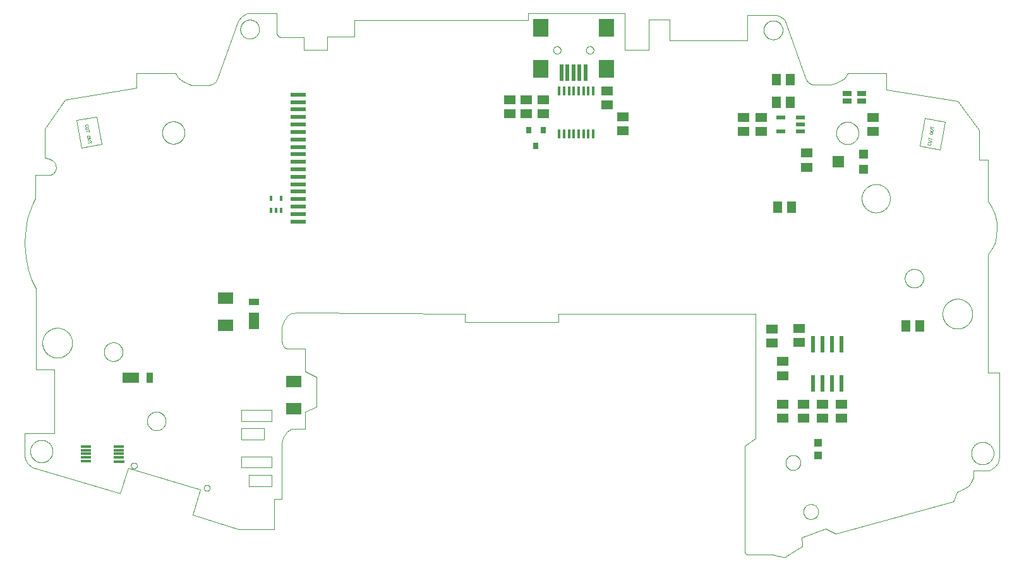
<source format=gtp>
G75*
%MOIN*%
%OFA0B0*%
%FSLAX25Y25*%
%IPPOS*%
%LPD*%
%AMOC8*
5,1,8,0,0,1.08239X$1,22.5*
%
%ADD10C,0.00000*%
%ADD11C,0.00039*%
%ADD12C,0.00100*%
%ADD13R,0.01378X0.05118*%
%ADD14R,0.05906X0.05118*%
%ADD15R,0.03150X0.03543*%
%ADD16R,0.05512X0.08661*%
%ADD17R,0.05512X0.03543*%
%ADD18R,0.05118X0.05906*%
%ADD19R,0.02362X0.08661*%
%ADD20R,0.07874X0.02362*%
%ADD21R,0.01575X0.02953*%
%ADD22R,0.01300X0.02700*%
%ADD23R,0.04724X0.02165*%
%ADD24R,0.05000X0.02500*%
%ADD25R,0.06299X0.05906*%
%ADD26R,0.04724X0.04724*%
%ADD27R,0.03543X0.05512*%
%ADD28R,0.08661X0.05512*%
%ADD29R,0.05512X0.01181*%
%ADD30C,0.00012*%
%ADD31R,0.07874X0.09449*%
%ADD32R,0.01969X0.09087*%
%ADD33R,0.03937X0.04331*%
%ADD34R,0.08268X0.05906*%
D10*
X0009602Y0057240D02*
X0055895Y0043393D01*
X0060345Y0056843D01*
X0098403Y0045455D01*
X0094488Y0032013D01*
X0118750Y0024545D01*
X0137455Y0024545D01*
X0137455Y0040564D01*
X0141358Y0040564D01*
X0141358Y0069902D01*
X0142017Y0072901D01*
X0144094Y0075934D01*
X0146330Y0077410D01*
X0153863Y0077410D01*
X0153863Y0086553D01*
X0159644Y0089064D01*
X0159644Y0104722D01*
X0153773Y0107915D01*
X0153773Y0119698D01*
X0144067Y0119698D01*
X0142565Y0120609D01*
X0141603Y0122094D01*
X0141335Y0124257D01*
X0141335Y0131200D01*
X0142324Y0134249D01*
X0144466Y0136969D01*
X0146362Y0138411D01*
X0149658Y0138699D01*
X0238092Y0138173D01*
X0238092Y0133747D01*
X0287386Y0133747D01*
X0287386Y0138264D01*
X0391399Y0138264D01*
X0391399Y0072528D01*
X0385624Y0068600D01*
X0385624Y0013034D01*
X0385625Y0013034D02*
X0385627Y0012947D01*
X0385633Y0012860D01*
X0385642Y0012773D01*
X0385655Y0012687D01*
X0385672Y0012602D01*
X0385693Y0012517D01*
X0385717Y0012434D01*
X0385745Y0012351D01*
X0385776Y0012270D01*
X0385811Y0012190D01*
X0385850Y0012112D01*
X0385892Y0012036D01*
X0385937Y0011961D01*
X0385985Y0011889D01*
X0386036Y0011818D01*
X0386091Y0011750D01*
X0386148Y0011685D01*
X0386208Y0011622D01*
X0386271Y0011562D01*
X0386336Y0011504D01*
X0386404Y0011450D01*
X0386474Y0011398D01*
X0386546Y0011349D01*
X0386621Y0011304D01*
X0386697Y0011262D01*
X0386775Y0011223D01*
X0386854Y0011188D01*
X0386936Y0011156D01*
X0387018Y0011128D01*
X0387101Y0011104D01*
X0387186Y0011083D01*
X0387271Y0011065D01*
X0387357Y0011052D01*
X0387444Y0011042D01*
X0387531Y0011036D01*
X0387618Y0011034D01*
X0387617Y0011034D02*
X0400773Y0010988D01*
X0401275Y0010922D02*
X0405925Y0009698D01*
X0407521Y0009953D02*
X0415283Y0014980D01*
X0415283Y0014979D02*
X0415355Y0015028D01*
X0415425Y0015080D01*
X0415493Y0015135D01*
X0415558Y0015193D01*
X0415621Y0015254D01*
X0415680Y0015318D01*
X0415737Y0015384D01*
X0415792Y0015452D01*
X0415843Y0015523D01*
X0415891Y0015596D01*
X0415935Y0015671D01*
X0415977Y0015747D01*
X0416015Y0015826D01*
X0416049Y0015906D01*
X0416080Y0015988D01*
X0416108Y0016070D01*
X0416132Y0016154D01*
X0416152Y0016239D01*
X0416168Y0016325D01*
X0416181Y0016411D01*
X0416190Y0016498D01*
X0416195Y0016585D01*
X0416196Y0016672D01*
X0416193Y0016759D01*
X0416187Y0016846D01*
X0416177Y0016933D01*
X0416177Y0016934D02*
X0415721Y0020217D01*
X0428437Y0024871D01*
X0433837Y0022218D01*
X0495728Y0039022D01*
X0496073Y0039807D01*
X0497824Y0044090D01*
X0501389Y0045724D01*
X0503943Y0047414D01*
X0505509Y0049639D01*
X0506292Y0051782D01*
X0506292Y0055523D01*
X0514665Y0055523D01*
X0517566Y0057534D01*
X0519478Y0059578D01*
X0520116Y0062643D01*
X0520116Y0107227D01*
X0514006Y0107227D01*
X0514006Y0169460D01*
X0515984Y0172344D01*
X0517674Y0175558D01*
X0518374Y0178937D01*
X0518704Y0183841D01*
X0518704Y0186272D01*
X0517674Y0190640D01*
X0515819Y0195007D01*
X0514020Y0197397D01*
X0514020Y0219346D01*
X0509531Y0219346D01*
X0509531Y0235264D01*
X0498199Y0250439D01*
X0460244Y0256444D01*
X0460244Y0265015D01*
X0440176Y0265015D01*
X0438610Y0262831D01*
X0436427Y0261101D01*
X0433542Y0259741D01*
X0430905Y0259082D01*
X0421469Y0259082D01*
X0419491Y0260235D01*
X0418214Y0261925D01*
X0407655Y0290871D01*
X0406676Y0293344D01*
X0404410Y0295249D01*
X0402504Y0295919D01*
X0386897Y0295919D01*
X0386897Y0282577D01*
X0345892Y0282577D01*
X0345892Y0293329D01*
X0334947Y0293329D01*
X0334947Y0277426D01*
X0322392Y0277426D01*
X0322392Y0296732D01*
X0271302Y0296732D01*
X0271302Y0293089D01*
X0179743Y0293089D01*
X0179750Y0284354D01*
X0165504Y0284354D01*
X0165504Y0277596D01*
X0152977Y0277596D01*
X0152977Y0284280D01*
X0140649Y0284280D01*
X0139264Y0284939D01*
X0138671Y0286257D01*
X0138671Y0296686D01*
X0123199Y0296686D01*
X0120232Y0295162D01*
X0118254Y0292895D01*
X0107384Y0262144D01*
X0106406Y0260598D01*
X0104500Y0259259D01*
X0102440Y0258749D01*
X0093776Y0258749D01*
X0092899Y0259034D01*
X0089355Y0260806D01*
X0086677Y0262866D01*
X0085441Y0265132D01*
X0064879Y0265132D01*
X0064879Y0257303D01*
X0027011Y0251223D01*
X0016244Y0235727D01*
X0016244Y0220539D01*
X0018327Y0220170D01*
X0020411Y0219063D01*
X0021888Y0217744D01*
X0022257Y0215529D01*
X0022072Y0213736D01*
X0020886Y0212180D01*
X0019461Y0211615D01*
X0011533Y0211615D01*
X0011533Y0199511D01*
X0011390Y0199161D01*
X0010137Y0196359D01*
X0008423Y0192172D01*
X0006940Y0188250D01*
X0005918Y0180503D01*
X0005588Y0175130D01*
X0006346Y0167746D01*
X0007698Y0161120D01*
X0009412Y0156010D01*
X0011723Y0151494D01*
X0011723Y0108707D01*
X0021476Y0108707D01*
X0021476Y0075244D01*
X0005849Y0075244D01*
X0005849Y0063303D01*
X0006125Y0061554D01*
X0007542Y0059043D01*
X0009602Y0057240D01*
X0008681Y0065675D02*
X0008683Y0065828D01*
X0008689Y0065982D01*
X0008699Y0066135D01*
X0008713Y0066287D01*
X0008731Y0066440D01*
X0008753Y0066591D01*
X0008778Y0066742D01*
X0008808Y0066893D01*
X0008842Y0067043D01*
X0008879Y0067191D01*
X0008920Y0067339D01*
X0008965Y0067485D01*
X0009014Y0067631D01*
X0009067Y0067775D01*
X0009123Y0067917D01*
X0009183Y0068058D01*
X0009247Y0068198D01*
X0009314Y0068336D01*
X0009385Y0068472D01*
X0009460Y0068606D01*
X0009537Y0068738D01*
X0009619Y0068868D01*
X0009703Y0068996D01*
X0009791Y0069122D01*
X0009882Y0069245D01*
X0009976Y0069366D01*
X0010074Y0069484D01*
X0010174Y0069600D01*
X0010278Y0069713D01*
X0010384Y0069824D01*
X0010493Y0069932D01*
X0010605Y0070037D01*
X0010719Y0070138D01*
X0010837Y0070237D01*
X0010956Y0070333D01*
X0011078Y0070426D01*
X0011203Y0070515D01*
X0011330Y0070602D01*
X0011459Y0070684D01*
X0011590Y0070764D01*
X0011723Y0070840D01*
X0011858Y0070913D01*
X0011995Y0070982D01*
X0012134Y0071047D01*
X0012274Y0071109D01*
X0012416Y0071167D01*
X0012559Y0071222D01*
X0012704Y0071273D01*
X0012850Y0071320D01*
X0012997Y0071363D01*
X0013145Y0071402D01*
X0013294Y0071438D01*
X0013444Y0071469D01*
X0013595Y0071497D01*
X0013746Y0071521D01*
X0013899Y0071541D01*
X0014051Y0071557D01*
X0014204Y0071569D01*
X0014357Y0071577D01*
X0014510Y0071581D01*
X0014664Y0071581D01*
X0014817Y0071577D01*
X0014970Y0071569D01*
X0015123Y0071557D01*
X0015275Y0071541D01*
X0015428Y0071521D01*
X0015579Y0071497D01*
X0015730Y0071469D01*
X0015880Y0071438D01*
X0016029Y0071402D01*
X0016177Y0071363D01*
X0016324Y0071320D01*
X0016470Y0071273D01*
X0016615Y0071222D01*
X0016758Y0071167D01*
X0016900Y0071109D01*
X0017040Y0071047D01*
X0017179Y0070982D01*
X0017316Y0070913D01*
X0017451Y0070840D01*
X0017584Y0070764D01*
X0017715Y0070684D01*
X0017844Y0070602D01*
X0017971Y0070515D01*
X0018096Y0070426D01*
X0018218Y0070333D01*
X0018337Y0070237D01*
X0018455Y0070138D01*
X0018569Y0070037D01*
X0018681Y0069932D01*
X0018790Y0069824D01*
X0018896Y0069713D01*
X0019000Y0069600D01*
X0019100Y0069484D01*
X0019198Y0069366D01*
X0019292Y0069245D01*
X0019383Y0069122D01*
X0019471Y0068996D01*
X0019555Y0068868D01*
X0019637Y0068738D01*
X0019714Y0068606D01*
X0019789Y0068472D01*
X0019860Y0068336D01*
X0019927Y0068198D01*
X0019991Y0068058D01*
X0020051Y0067917D01*
X0020107Y0067775D01*
X0020160Y0067631D01*
X0020209Y0067485D01*
X0020254Y0067339D01*
X0020295Y0067191D01*
X0020332Y0067043D01*
X0020366Y0066893D01*
X0020396Y0066742D01*
X0020421Y0066591D01*
X0020443Y0066440D01*
X0020461Y0066287D01*
X0020475Y0066135D01*
X0020485Y0065982D01*
X0020491Y0065828D01*
X0020493Y0065675D01*
X0020491Y0065522D01*
X0020485Y0065368D01*
X0020475Y0065215D01*
X0020461Y0065063D01*
X0020443Y0064910D01*
X0020421Y0064759D01*
X0020396Y0064608D01*
X0020366Y0064457D01*
X0020332Y0064307D01*
X0020295Y0064159D01*
X0020254Y0064011D01*
X0020209Y0063865D01*
X0020160Y0063719D01*
X0020107Y0063575D01*
X0020051Y0063433D01*
X0019991Y0063292D01*
X0019927Y0063152D01*
X0019860Y0063014D01*
X0019789Y0062878D01*
X0019714Y0062744D01*
X0019637Y0062612D01*
X0019555Y0062482D01*
X0019471Y0062354D01*
X0019383Y0062228D01*
X0019292Y0062105D01*
X0019198Y0061984D01*
X0019100Y0061866D01*
X0019000Y0061750D01*
X0018896Y0061637D01*
X0018790Y0061526D01*
X0018681Y0061418D01*
X0018569Y0061313D01*
X0018455Y0061212D01*
X0018337Y0061113D01*
X0018218Y0061017D01*
X0018096Y0060924D01*
X0017971Y0060835D01*
X0017844Y0060748D01*
X0017715Y0060666D01*
X0017584Y0060586D01*
X0017451Y0060510D01*
X0017316Y0060437D01*
X0017179Y0060368D01*
X0017040Y0060303D01*
X0016900Y0060241D01*
X0016758Y0060183D01*
X0016615Y0060128D01*
X0016470Y0060077D01*
X0016324Y0060030D01*
X0016177Y0059987D01*
X0016029Y0059948D01*
X0015880Y0059912D01*
X0015730Y0059881D01*
X0015579Y0059853D01*
X0015428Y0059829D01*
X0015275Y0059809D01*
X0015123Y0059793D01*
X0014970Y0059781D01*
X0014817Y0059773D01*
X0014664Y0059769D01*
X0014510Y0059769D01*
X0014357Y0059773D01*
X0014204Y0059781D01*
X0014051Y0059793D01*
X0013899Y0059809D01*
X0013746Y0059829D01*
X0013595Y0059853D01*
X0013444Y0059881D01*
X0013294Y0059912D01*
X0013145Y0059948D01*
X0012997Y0059987D01*
X0012850Y0060030D01*
X0012704Y0060077D01*
X0012559Y0060128D01*
X0012416Y0060183D01*
X0012274Y0060241D01*
X0012134Y0060303D01*
X0011995Y0060368D01*
X0011858Y0060437D01*
X0011723Y0060510D01*
X0011590Y0060586D01*
X0011459Y0060666D01*
X0011330Y0060748D01*
X0011203Y0060835D01*
X0011078Y0060924D01*
X0010956Y0061017D01*
X0010837Y0061113D01*
X0010719Y0061212D01*
X0010605Y0061313D01*
X0010493Y0061418D01*
X0010384Y0061526D01*
X0010278Y0061637D01*
X0010174Y0061750D01*
X0010074Y0061866D01*
X0009976Y0061984D01*
X0009882Y0062105D01*
X0009791Y0062228D01*
X0009703Y0062354D01*
X0009619Y0062482D01*
X0009537Y0062612D01*
X0009460Y0062744D01*
X0009385Y0062878D01*
X0009314Y0063014D01*
X0009247Y0063152D01*
X0009183Y0063292D01*
X0009123Y0063433D01*
X0009067Y0063575D01*
X0009014Y0063719D01*
X0008965Y0063865D01*
X0008920Y0064011D01*
X0008879Y0064159D01*
X0008842Y0064307D01*
X0008808Y0064457D01*
X0008778Y0064608D01*
X0008753Y0064759D01*
X0008731Y0064910D01*
X0008713Y0065063D01*
X0008699Y0065215D01*
X0008689Y0065368D01*
X0008683Y0065522D01*
X0008681Y0065675D01*
X0061822Y0058041D02*
X0061824Y0058120D01*
X0061830Y0058199D01*
X0061840Y0058278D01*
X0061854Y0058356D01*
X0061871Y0058433D01*
X0061893Y0058509D01*
X0061918Y0058584D01*
X0061948Y0058657D01*
X0061980Y0058729D01*
X0062017Y0058800D01*
X0062057Y0058868D01*
X0062100Y0058934D01*
X0062146Y0058998D01*
X0062196Y0059060D01*
X0062249Y0059119D01*
X0062304Y0059175D01*
X0062363Y0059229D01*
X0062424Y0059279D01*
X0062487Y0059327D01*
X0062553Y0059371D01*
X0062621Y0059412D01*
X0062691Y0059449D01*
X0062762Y0059483D01*
X0062836Y0059513D01*
X0062910Y0059539D01*
X0062986Y0059561D01*
X0063063Y0059580D01*
X0063141Y0059595D01*
X0063219Y0059606D01*
X0063298Y0059613D01*
X0063377Y0059616D01*
X0063456Y0059615D01*
X0063535Y0059610D01*
X0063614Y0059601D01*
X0063692Y0059588D01*
X0063769Y0059571D01*
X0063846Y0059551D01*
X0063921Y0059526D01*
X0063995Y0059498D01*
X0064068Y0059466D01*
X0064138Y0059431D01*
X0064207Y0059392D01*
X0064274Y0059349D01*
X0064339Y0059303D01*
X0064401Y0059255D01*
X0064461Y0059203D01*
X0064518Y0059148D01*
X0064572Y0059090D01*
X0064623Y0059030D01*
X0064671Y0058967D01*
X0064716Y0058902D01*
X0064758Y0058834D01*
X0064796Y0058765D01*
X0064830Y0058694D01*
X0064861Y0058621D01*
X0064889Y0058546D01*
X0064912Y0058471D01*
X0064932Y0058394D01*
X0064948Y0058317D01*
X0064960Y0058238D01*
X0064968Y0058160D01*
X0064972Y0058081D01*
X0064972Y0058001D01*
X0064968Y0057922D01*
X0064960Y0057844D01*
X0064948Y0057765D01*
X0064932Y0057688D01*
X0064912Y0057611D01*
X0064889Y0057536D01*
X0064861Y0057461D01*
X0064830Y0057388D01*
X0064796Y0057317D01*
X0064758Y0057248D01*
X0064716Y0057180D01*
X0064671Y0057115D01*
X0064623Y0057052D01*
X0064572Y0056992D01*
X0064518Y0056934D01*
X0064461Y0056879D01*
X0064401Y0056827D01*
X0064339Y0056779D01*
X0064274Y0056733D01*
X0064207Y0056690D01*
X0064138Y0056651D01*
X0064068Y0056616D01*
X0063995Y0056584D01*
X0063921Y0056556D01*
X0063846Y0056531D01*
X0063769Y0056511D01*
X0063692Y0056494D01*
X0063614Y0056481D01*
X0063535Y0056472D01*
X0063456Y0056467D01*
X0063377Y0056466D01*
X0063298Y0056469D01*
X0063219Y0056476D01*
X0063141Y0056487D01*
X0063063Y0056502D01*
X0062986Y0056521D01*
X0062910Y0056543D01*
X0062836Y0056569D01*
X0062762Y0056599D01*
X0062691Y0056633D01*
X0062621Y0056670D01*
X0062553Y0056711D01*
X0062487Y0056755D01*
X0062424Y0056803D01*
X0062363Y0056853D01*
X0062304Y0056907D01*
X0062249Y0056963D01*
X0062196Y0057022D01*
X0062146Y0057084D01*
X0062100Y0057148D01*
X0062057Y0057214D01*
X0062017Y0057282D01*
X0061980Y0057353D01*
X0061948Y0057425D01*
X0061918Y0057498D01*
X0061893Y0057573D01*
X0061871Y0057649D01*
X0061854Y0057726D01*
X0061840Y0057804D01*
X0061830Y0057883D01*
X0061824Y0057962D01*
X0061822Y0058041D01*
X0100225Y0046300D02*
X0100227Y0046379D01*
X0100233Y0046458D01*
X0100243Y0046537D01*
X0100257Y0046615D01*
X0100274Y0046692D01*
X0100296Y0046768D01*
X0100321Y0046843D01*
X0100351Y0046916D01*
X0100383Y0046988D01*
X0100420Y0047059D01*
X0100460Y0047127D01*
X0100503Y0047193D01*
X0100549Y0047257D01*
X0100599Y0047319D01*
X0100652Y0047378D01*
X0100707Y0047434D01*
X0100766Y0047488D01*
X0100827Y0047538D01*
X0100890Y0047586D01*
X0100956Y0047630D01*
X0101024Y0047671D01*
X0101094Y0047708D01*
X0101165Y0047742D01*
X0101239Y0047772D01*
X0101313Y0047798D01*
X0101389Y0047820D01*
X0101466Y0047839D01*
X0101544Y0047854D01*
X0101622Y0047865D01*
X0101701Y0047872D01*
X0101780Y0047875D01*
X0101859Y0047874D01*
X0101938Y0047869D01*
X0102017Y0047860D01*
X0102095Y0047847D01*
X0102172Y0047830D01*
X0102249Y0047810D01*
X0102324Y0047785D01*
X0102398Y0047757D01*
X0102471Y0047725D01*
X0102541Y0047690D01*
X0102610Y0047651D01*
X0102677Y0047608D01*
X0102742Y0047562D01*
X0102804Y0047514D01*
X0102864Y0047462D01*
X0102921Y0047407D01*
X0102975Y0047349D01*
X0103026Y0047289D01*
X0103074Y0047226D01*
X0103119Y0047161D01*
X0103161Y0047093D01*
X0103199Y0047024D01*
X0103233Y0046953D01*
X0103264Y0046880D01*
X0103292Y0046805D01*
X0103315Y0046730D01*
X0103335Y0046653D01*
X0103351Y0046576D01*
X0103363Y0046497D01*
X0103371Y0046419D01*
X0103375Y0046340D01*
X0103375Y0046260D01*
X0103371Y0046181D01*
X0103363Y0046103D01*
X0103351Y0046024D01*
X0103335Y0045947D01*
X0103315Y0045870D01*
X0103292Y0045795D01*
X0103264Y0045720D01*
X0103233Y0045647D01*
X0103199Y0045576D01*
X0103161Y0045507D01*
X0103119Y0045439D01*
X0103074Y0045374D01*
X0103026Y0045311D01*
X0102975Y0045251D01*
X0102921Y0045193D01*
X0102864Y0045138D01*
X0102804Y0045086D01*
X0102742Y0045038D01*
X0102677Y0044992D01*
X0102610Y0044949D01*
X0102541Y0044910D01*
X0102471Y0044875D01*
X0102398Y0044843D01*
X0102324Y0044815D01*
X0102249Y0044790D01*
X0102172Y0044770D01*
X0102095Y0044753D01*
X0102017Y0044740D01*
X0101938Y0044731D01*
X0101859Y0044726D01*
X0101780Y0044725D01*
X0101701Y0044728D01*
X0101622Y0044735D01*
X0101544Y0044746D01*
X0101466Y0044761D01*
X0101389Y0044780D01*
X0101313Y0044802D01*
X0101239Y0044828D01*
X0101165Y0044858D01*
X0101094Y0044892D01*
X0101024Y0044929D01*
X0100956Y0044970D01*
X0100890Y0045014D01*
X0100827Y0045062D01*
X0100766Y0045112D01*
X0100707Y0045166D01*
X0100652Y0045222D01*
X0100599Y0045281D01*
X0100549Y0045343D01*
X0100503Y0045407D01*
X0100460Y0045473D01*
X0100420Y0045541D01*
X0100383Y0045612D01*
X0100351Y0045684D01*
X0100321Y0045757D01*
X0100296Y0045832D01*
X0100274Y0045908D01*
X0100257Y0045985D01*
X0100243Y0046063D01*
X0100233Y0046142D01*
X0100227Y0046221D01*
X0100225Y0046300D01*
X0070345Y0081566D02*
X0070347Y0081706D01*
X0070353Y0081846D01*
X0070363Y0081985D01*
X0070377Y0082124D01*
X0070395Y0082263D01*
X0070416Y0082401D01*
X0070442Y0082539D01*
X0070472Y0082676D01*
X0070505Y0082811D01*
X0070543Y0082946D01*
X0070584Y0083080D01*
X0070629Y0083213D01*
X0070677Y0083344D01*
X0070730Y0083473D01*
X0070786Y0083602D01*
X0070845Y0083728D01*
X0070909Y0083853D01*
X0070975Y0083976D01*
X0071046Y0084097D01*
X0071119Y0084216D01*
X0071196Y0084333D01*
X0071277Y0084447D01*
X0071360Y0084559D01*
X0071447Y0084669D01*
X0071537Y0084777D01*
X0071629Y0084881D01*
X0071725Y0084983D01*
X0071824Y0085083D01*
X0071925Y0085179D01*
X0072029Y0085273D01*
X0072136Y0085363D01*
X0072245Y0085450D01*
X0072357Y0085535D01*
X0072471Y0085616D01*
X0072587Y0085694D01*
X0072705Y0085768D01*
X0072826Y0085839D01*
X0072948Y0085907D01*
X0073073Y0085971D01*
X0073199Y0086032D01*
X0073326Y0086089D01*
X0073456Y0086142D01*
X0073587Y0086192D01*
X0073719Y0086237D01*
X0073852Y0086280D01*
X0073987Y0086318D01*
X0074122Y0086352D01*
X0074259Y0086383D01*
X0074396Y0086410D01*
X0074534Y0086432D01*
X0074673Y0086451D01*
X0074812Y0086466D01*
X0074951Y0086477D01*
X0075091Y0086484D01*
X0075231Y0086487D01*
X0075371Y0086486D01*
X0075511Y0086481D01*
X0075650Y0086472D01*
X0075790Y0086459D01*
X0075929Y0086442D01*
X0076067Y0086421D01*
X0076205Y0086397D01*
X0076342Y0086368D01*
X0076478Y0086336D01*
X0076613Y0086299D01*
X0076747Y0086259D01*
X0076880Y0086215D01*
X0077011Y0086167D01*
X0077141Y0086116D01*
X0077270Y0086061D01*
X0077397Y0086002D01*
X0077522Y0085939D01*
X0077645Y0085874D01*
X0077767Y0085804D01*
X0077886Y0085731D01*
X0078004Y0085655D01*
X0078119Y0085576D01*
X0078232Y0085493D01*
X0078342Y0085407D01*
X0078450Y0085318D01*
X0078555Y0085226D01*
X0078658Y0085131D01*
X0078758Y0085033D01*
X0078855Y0084933D01*
X0078949Y0084829D01*
X0079041Y0084723D01*
X0079129Y0084615D01*
X0079214Y0084504D01*
X0079296Y0084390D01*
X0079375Y0084274D01*
X0079450Y0084157D01*
X0079522Y0084037D01*
X0079590Y0083915D01*
X0079655Y0083791D01*
X0079717Y0083665D01*
X0079775Y0083538D01*
X0079829Y0083409D01*
X0079880Y0083278D01*
X0079926Y0083146D01*
X0079969Y0083013D01*
X0080009Y0082879D01*
X0080044Y0082744D01*
X0080076Y0082607D01*
X0080103Y0082470D01*
X0080127Y0082332D01*
X0080147Y0082194D01*
X0080163Y0082055D01*
X0080175Y0081915D01*
X0080183Y0081776D01*
X0080187Y0081636D01*
X0080187Y0081496D01*
X0080183Y0081356D01*
X0080175Y0081217D01*
X0080163Y0081077D01*
X0080147Y0080938D01*
X0080127Y0080800D01*
X0080103Y0080662D01*
X0080076Y0080525D01*
X0080044Y0080388D01*
X0080009Y0080253D01*
X0079969Y0080119D01*
X0079926Y0079986D01*
X0079880Y0079854D01*
X0079829Y0079723D01*
X0079775Y0079594D01*
X0079717Y0079467D01*
X0079655Y0079341D01*
X0079590Y0079217D01*
X0079522Y0079095D01*
X0079450Y0078975D01*
X0079375Y0078858D01*
X0079296Y0078742D01*
X0079214Y0078628D01*
X0079129Y0078517D01*
X0079041Y0078409D01*
X0078949Y0078303D01*
X0078855Y0078199D01*
X0078758Y0078099D01*
X0078658Y0078001D01*
X0078555Y0077906D01*
X0078450Y0077814D01*
X0078342Y0077725D01*
X0078232Y0077639D01*
X0078119Y0077556D01*
X0078004Y0077477D01*
X0077886Y0077401D01*
X0077767Y0077328D01*
X0077645Y0077258D01*
X0077522Y0077193D01*
X0077397Y0077130D01*
X0077270Y0077071D01*
X0077141Y0077016D01*
X0077011Y0076965D01*
X0076880Y0076917D01*
X0076747Y0076873D01*
X0076613Y0076833D01*
X0076478Y0076796D01*
X0076342Y0076764D01*
X0076205Y0076735D01*
X0076067Y0076711D01*
X0075929Y0076690D01*
X0075790Y0076673D01*
X0075650Y0076660D01*
X0075511Y0076651D01*
X0075371Y0076646D01*
X0075231Y0076645D01*
X0075091Y0076648D01*
X0074951Y0076655D01*
X0074812Y0076666D01*
X0074673Y0076681D01*
X0074534Y0076700D01*
X0074396Y0076722D01*
X0074259Y0076749D01*
X0074122Y0076780D01*
X0073987Y0076814D01*
X0073852Y0076852D01*
X0073719Y0076895D01*
X0073587Y0076940D01*
X0073456Y0076990D01*
X0073326Y0077043D01*
X0073199Y0077100D01*
X0073073Y0077161D01*
X0072948Y0077225D01*
X0072826Y0077293D01*
X0072705Y0077364D01*
X0072587Y0077438D01*
X0072471Y0077516D01*
X0072357Y0077597D01*
X0072245Y0077682D01*
X0072136Y0077769D01*
X0072029Y0077859D01*
X0071925Y0077953D01*
X0071824Y0078049D01*
X0071725Y0078149D01*
X0071629Y0078251D01*
X0071537Y0078355D01*
X0071447Y0078463D01*
X0071360Y0078573D01*
X0071277Y0078685D01*
X0071196Y0078799D01*
X0071119Y0078916D01*
X0071046Y0079035D01*
X0070975Y0079156D01*
X0070909Y0079279D01*
X0070845Y0079404D01*
X0070786Y0079530D01*
X0070730Y0079659D01*
X0070677Y0079788D01*
X0070629Y0079919D01*
X0070584Y0080052D01*
X0070543Y0080186D01*
X0070505Y0080321D01*
X0070472Y0080456D01*
X0070442Y0080593D01*
X0070416Y0080731D01*
X0070395Y0080869D01*
X0070377Y0081008D01*
X0070363Y0081147D01*
X0070353Y0081286D01*
X0070347Y0081426D01*
X0070345Y0081566D01*
X0047586Y0118128D02*
X0047588Y0118268D01*
X0047594Y0118408D01*
X0047604Y0118547D01*
X0047618Y0118686D01*
X0047636Y0118825D01*
X0047657Y0118963D01*
X0047683Y0119101D01*
X0047713Y0119238D01*
X0047746Y0119373D01*
X0047784Y0119508D01*
X0047825Y0119642D01*
X0047870Y0119775D01*
X0047918Y0119906D01*
X0047971Y0120035D01*
X0048027Y0120164D01*
X0048086Y0120290D01*
X0048150Y0120415D01*
X0048216Y0120538D01*
X0048287Y0120659D01*
X0048360Y0120778D01*
X0048437Y0120895D01*
X0048518Y0121009D01*
X0048601Y0121121D01*
X0048688Y0121231D01*
X0048778Y0121339D01*
X0048870Y0121443D01*
X0048966Y0121545D01*
X0049065Y0121645D01*
X0049166Y0121741D01*
X0049270Y0121835D01*
X0049377Y0121925D01*
X0049486Y0122012D01*
X0049598Y0122097D01*
X0049712Y0122178D01*
X0049828Y0122256D01*
X0049946Y0122330D01*
X0050067Y0122401D01*
X0050189Y0122469D01*
X0050314Y0122533D01*
X0050440Y0122594D01*
X0050567Y0122651D01*
X0050697Y0122704D01*
X0050828Y0122754D01*
X0050960Y0122799D01*
X0051093Y0122842D01*
X0051228Y0122880D01*
X0051363Y0122914D01*
X0051500Y0122945D01*
X0051637Y0122972D01*
X0051775Y0122994D01*
X0051914Y0123013D01*
X0052053Y0123028D01*
X0052192Y0123039D01*
X0052332Y0123046D01*
X0052472Y0123049D01*
X0052612Y0123048D01*
X0052752Y0123043D01*
X0052891Y0123034D01*
X0053031Y0123021D01*
X0053170Y0123004D01*
X0053308Y0122983D01*
X0053446Y0122959D01*
X0053583Y0122930D01*
X0053719Y0122898D01*
X0053854Y0122861D01*
X0053988Y0122821D01*
X0054121Y0122777D01*
X0054252Y0122729D01*
X0054382Y0122678D01*
X0054511Y0122623D01*
X0054638Y0122564D01*
X0054763Y0122501D01*
X0054886Y0122436D01*
X0055008Y0122366D01*
X0055127Y0122293D01*
X0055245Y0122217D01*
X0055360Y0122138D01*
X0055473Y0122055D01*
X0055583Y0121969D01*
X0055691Y0121880D01*
X0055796Y0121788D01*
X0055899Y0121693D01*
X0055999Y0121595D01*
X0056096Y0121495D01*
X0056190Y0121391D01*
X0056282Y0121285D01*
X0056370Y0121177D01*
X0056455Y0121066D01*
X0056537Y0120952D01*
X0056616Y0120836D01*
X0056691Y0120719D01*
X0056763Y0120599D01*
X0056831Y0120477D01*
X0056896Y0120353D01*
X0056958Y0120227D01*
X0057016Y0120100D01*
X0057070Y0119971D01*
X0057121Y0119840D01*
X0057167Y0119708D01*
X0057210Y0119575D01*
X0057250Y0119441D01*
X0057285Y0119306D01*
X0057317Y0119169D01*
X0057344Y0119032D01*
X0057368Y0118894D01*
X0057388Y0118756D01*
X0057404Y0118617D01*
X0057416Y0118477D01*
X0057424Y0118338D01*
X0057428Y0118198D01*
X0057428Y0118058D01*
X0057424Y0117918D01*
X0057416Y0117779D01*
X0057404Y0117639D01*
X0057388Y0117500D01*
X0057368Y0117362D01*
X0057344Y0117224D01*
X0057317Y0117087D01*
X0057285Y0116950D01*
X0057250Y0116815D01*
X0057210Y0116681D01*
X0057167Y0116548D01*
X0057121Y0116416D01*
X0057070Y0116285D01*
X0057016Y0116156D01*
X0056958Y0116029D01*
X0056896Y0115903D01*
X0056831Y0115779D01*
X0056763Y0115657D01*
X0056691Y0115537D01*
X0056616Y0115420D01*
X0056537Y0115304D01*
X0056455Y0115190D01*
X0056370Y0115079D01*
X0056282Y0114971D01*
X0056190Y0114865D01*
X0056096Y0114761D01*
X0055999Y0114661D01*
X0055899Y0114563D01*
X0055796Y0114468D01*
X0055691Y0114376D01*
X0055583Y0114287D01*
X0055473Y0114201D01*
X0055360Y0114118D01*
X0055245Y0114039D01*
X0055127Y0113963D01*
X0055008Y0113890D01*
X0054886Y0113820D01*
X0054763Y0113755D01*
X0054638Y0113692D01*
X0054511Y0113633D01*
X0054382Y0113578D01*
X0054252Y0113527D01*
X0054121Y0113479D01*
X0053988Y0113435D01*
X0053854Y0113395D01*
X0053719Y0113358D01*
X0053583Y0113326D01*
X0053446Y0113297D01*
X0053308Y0113273D01*
X0053170Y0113252D01*
X0053031Y0113235D01*
X0052891Y0113222D01*
X0052752Y0113213D01*
X0052612Y0113208D01*
X0052472Y0113207D01*
X0052332Y0113210D01*
X0052192Y0113217D01*
X0052053Y0113228D01*
X0051914Y0113243D01*
X0051775Y0113262D01*
X0051637Y0113284D01*
X0051500Y0113311D01*
X0051363Y0113342D01*
X0051228Y0113376D01*
X0051093Y0113414D01*
X0050960Y0113457D01*
X0050828Y0113502D01*
X0050697Y0113552D01*
X0050567Y0113605D01*
X0050440Y0113662D01*
X0050314Y0113723D01*
X0050189Y0113787D01*
X0050067Y0113855D01*
X0049946Y0113926D01*
X0049828Y0114000D01*
X0049712Y0114078D01*
X0049598Y0114159D01*
X0049486Y0114244D01*
X0049377Y0114331D01*
X0049270Y0114421D01*
X0049166Y0114515D01*
X0049065Y0114611D01*
X0048966Y0114711D01*
X0048870Y0114813D01*
X0048778Y0114917D01*
X0048688Y0115025D01*
X0048601Y0115135D01*
X0048518Y0115247D01*
X0048437Y0115361D01*
X0048360Y0115478D01*
X0048287Y0115597D01*
X0048216Y0115718D01*
X0048150Y0115841D01*
X0048086Y0115966D01*
X0048027Y0116092D01*
X0047971Y0116221D01*
X0047918Y0116350D01*
X0047870Y0116481D01*
X0047825Y0116614D01*
X0047784Y0116748D01*
X0047746Y0116883D01*
X0047713Y0117018D01*
X0047683Y0117155D01*
X0047657Y0117293D01*
X0047636Y0117431D01*
X0047618Y0117570D01*
X0047604Y0117709D01*
X0047594Y0117848D01*
X0047588Y0117988D01*
X0047586Y0118128D01*
X0015090Y0122855D02*
X0015092Y0123048D01*
X0015099Y0123241D01*
X0015111Y0123434D01*
X0015128Y0123627D01*
X0015149Y0123819D01*
X0015175Y0124010D01*
X0015206Y0124201D01*
X0015241Y0124391D01*
X0015281Y0124580D01*
X0015326Y0124768D01*
X0015375Y0124955D01*
X0015429Y0125141D01*
X0015487Y0125325D01*
X0015550Y0125508D01*
X0015618Y0125689D01*
X0015689Y0125868D01*
X0015766Y0126046D01*
X0015846Y0126222D01*
X0015931Y0126395D01*
X0016020Y0126567D01*
X0016113Y0126736D01*
X0016210Y0126903D01*
X0016312Y0127068D01*
X0016417Y0127230D01*
X0016526Y0127389D01*
X0016640Y0127546D01*
X0016757Y0127699D01*
X0016877Y0127850D01*
X0017002Y0127998D01*
X0017130Y0128143D01*
X0017261Y0128284D01*
X0017396Y0128423D01*
X0017535Y0128558D01*
X0017676Y0128689D01*
X0017821Y0128817D01*
X0017969Y0128942D01*
X0018120Y0129062D01*
X0018273Y0129179D01*
X0018430Y0129293D01*
X0018589Y0129402D01*
X0018751Y0129507D01*
X0018916Y0129609D01*
X0019083Y0129706D01*
X0019252Y0129799D01*
X0019424Y0129888D01*
X0019597Y0129973D01*
X0019773Y0130053D01*
X0019951Y0130130D01*
X0020130Y0130201D01*
X0020311Y0130269D01*
X0020494Y0130332D01*
X0020678Y0130390D01*
X0020864Y0130444D01*
X0021051Y0130493D01*
X0021239Y0130538D01*
X0021428Y0130578D01*
X0021618Y0130613D01*
X0021809Y0130644D01*
X0022000Y0130670D01*
X0022192Y0130691D01*
X0022385Y0130708D01*
X0022578Y0130720D01*
X0022771Y0130727D01*
X0022964Y0130729D01*
X0023157Y0130727D01*
X0023350Y0130720D01*
X0023543Y0130708D01*
X0023736Y0130691D01*
X0023928Y0130670D01*
X0024119Y0130644D01*
X0024310Y0130613D01*
X0024500Y0130578D01*
X0024689Y0130538D01*
X0024877Y0130493D01*
X0025064Y0130444D01*
X0025250Y0130390D01*
X0025434Y0130332D01*
X0025617Y0130269D01*
X0025798Y0130201D01*
X0025977Y0130130D01*
X0026155Y0130053D01*
X0026331Y0129973D01*
X0026504Y0129888D01*
X0026676Y0129799D01*
X0026845Y0129706D01*
X0027012Y0129609D01*
X0027177Y0129507D01*
X0027339Y0129402D01*
X0027498Y0129293D01*
X0027655Y0129179D01*
X0027808Y0129062D01*
X0027959Y0128942D01*
X0028107Y0128817D01*
X0028252Y0128689D01*
X0028393Y0128558D01*
X0028532Y0128423D01*
X0028667Y0128284D01*
X0028798Y0128143D01*
X0028926Y0127998D01*
X0029051Y0127850D01*
X0029171Y0127699D01*
X0029288Y0127546D01*
X0029402Y0127389D01*
X0029511Y0127230D01*
X0029616Y0127068D01*
X0029718Y0126903D01*
X0029815Y0126736D01*
X0029908Y0126567D01*
X0029997Y0126395D01*
X0030082Y0126222D01*
X0030162Y0126046D01*
X0030239Y0125868D01*
X0030310Y0125689D01*
X0030378Y0125508D01*
X0030441Y0125325D01*
X0030499Y0125141D01*
X0030553Y0124955D01*
X0030602Y0124768D01*
X0030647Y0124580D01*
X0030687Y0124391D01*
X0030722Y0124201D01*
X0030753Y0124010D01*
X0030779Y0123819D01*
X0030800Y0123627D01*
X0030817Y0123434D01*
X0030829Y0123241D01*
X0030836Y0123048D01*
X0030838Y0122855D01*
X0030836Y0122662D01*
X0030829Y0122469D01*
X0030817Y0122276D01*
X0030800Y0122083D01*
X0030779Y0121891D01*
X0030753Y0121700D01*
X0030722Y0121509D01*
X0030687Y0121319D01*
X0030647Y0121130D01*
X0030602Y0120942D01*
X0030553Y0120755D01*
X0030499Y0120569D01*
X0030441Y0120385D01*
X0030378Y0120202D01*
X0030310Y0120021D01*
X0030239Y0119842D01*
X0030162Y0119664D01*
X0030082Y0119488D01*
X0029997Y0119315D01*
X0029908Y0119143D01*
X0029815Y0118974D01*
X0029718Y0118807D01*
X0029616Y0118642D01*
X0029511Y0118480D01*
X0029402Y0118321D01*
X0029288Y0118164D01*
X0029171Y0118011D01*
X0029051Y0117860D01*
X0028926Y0117712D01*
X0028798Y0117567D01*
X0028667Y0117426D01*
X0028532Y0117287D01*
X0028393Y0117152D01*
X0028252Y0117021D01*
X0028107Y0116893D01*
X0027959Y0116768D01*
X0027808Y0116648D01*
X0027655Y0116531D01*
X0027498Y0116417D01*
X0027339Y0116308D01*
X0027177Y0116203D01*
X0027012Y0116101D01*
X0026845Y0116004D01*
X0026676Y0115911D01*
X0026504Y0115822D01*
X0026331Y0115737D01*
X0026155Y0115657D01*
X0025977Y0115580D01*
X0025798Y0115509D01*
X0025617Y0115441D01*
X0025434Y0115378D01*
X0025250Y0115320D01*
X0025064Y0115266D01*
X0024877Y0115217D01*
X0024689Y0115172D01*
X0024500Y0115132D01*
X0024310Y0115097D01*
X0024119Y0115066D01*
X0023928Y0115040D01*
X0023736Y0115019D01*
X0023543Y0115002D01*
X0023350Y0114990D01*
X0023157Y0114983D01*
X0022964Y0114981D01*
X0022771Y0114983D01*
X0022578Y0114990D01*
X0022385Y0115002D01*
X0022192Y0115019D01*
X0022000Y0115040D01*
X0021809Y0115066D01*
X0021618Y0115097D01*
X0021428Y0115132D01*
X0021239Y0115172D01*
X0021051Y0115217D01*
X0020864Y0115266D01*
X0020678Y0115320D01*
X0020494Y0115378D01*
X0020311Y0115441D01*
X0020130Y0115509D01*
X0019951Y0115580D01*
X0019773Y0115657D01*
X0019597Y0115737D01*
X0019424Y0115822D01*
X0019252Y0115911D01*
X0019083Y0116004D01*
X0018916Y0116101D01*
X0018751Y0116203D01*
X0018589Y0116308D01*
X0018430Y0116417D01*
X0018273Y0116531D01*
X0018120Y0116648D01*
X0017969Y0116768D01*
X0017821Y0116893D01*
X0017676Y0117021D01*
X0017535Y0117152D01*
X0017396Y0117287D01*
X0017261Y0117426D01*
X0017130Y0117567D01*
X0017002Y0117712D01*
X0016877Y0117860D01*
X0016757Y0118011D01*
X0016640Y0118164D01*
X0016526Y0118321D01*
X0016417Y0118480D01*
X0016312Y0118642D01*
X0016210Y0118807D01*
X0016113Y0118974D01*
X0016020Y0119143D01*
X0015931Y0119315D01*
X0015846Y0119488D01*
X0015766Y0119664D01*
X0015689Y0119842D01*
X0015618Y0120021D01*
X0015550Y0120202D01*
X0015487Y0120385D01*
X0015429Y0120569D01*
X0015375Y0120755D01*
X0015326Y0120942D01*
X0015281Y0121130D01*
X0015241Y0121319D01*
X0015206Y0121509D01*
X0015175Y0121700D01*
X0015149Y0121891D01*
X0015128Y0122083D01*
X0015111Y0122276D01*
X0015099Y0122469D01*
X0015092Y0122662D01*
X0015090Y0122855D01*
X0078308Y0233792D02*
X0078310Y0233945D01*
X0078316Y0234099D01*
X0078326Y0234252D01*
X0078340Y0234404D01*
X0078358Y0234557D01*
X0078380Y0234708D01*
X0078405Y0234859D01*
X0078435Y0235010D01*
X0078469Y0235160D01*
X0078506Y0235308D01*
X0078547Y0235456D01*
X0078592Y0235602D01*
X0078641Y0235748D01*
X0078694Y0235892D01*
X0078750Y0236034D01*
X0078810Y0236175D01*
X0078874Y0236315D01*
X0078941Y0236453D01*
X0079012Y0236589D01*
X0079087Y0236723D01*
X0079164Y0236855D01*
X0079246Y0236985D01*
X0079330Y0237113D01*
X0079418Y0237239D01*
X0079509Y0237362D01*
X0079603Y0237483D01*
X0079701Y0237601D01*
X0079801Y0237717D01*
X0079905Y0237830D01*
X0080011Y0237941D01*
X0080120Y0238049D01*
X0080232Y0238154D01*
X0080346Y0238255D01*
X0080464Y0238354D01*
X0080583Y0238450D01*
X0080705Y0238543D01*
X0080830Y0238632D01*
X0080957Y0238719D01*
X0081086Y0238801D01*
X0081217Y0238881D01*
X0081350Y0238957D01*
X0081485Y0239030D01*
X0081622Y0239099D01*
X0081761Y0239164D01*
X0081901Y0239226D01*
X0082043Y0239284D01*
X0082186Y0239339D01*
X0082331Y0239390D01*
X0082477Y0239437D01*
X0082624Y0239480D01*
X0082772Y0239519D01*
X0082921Y0239555D01*
X0083071Y0239586D01*
X0083222Y0239614D01*
X0083373Y0239638D01*
X0083526Y0239658D01*
X0083678Y0239674D01*
X0083831Y0239686D01*
X0083984Y0239694D01*
X0084137Y0239698D01*
X0084291Y0239698D01*
X0084444Y0239694D01*
X0084597Y0239686D01*
X0084750Y0239674D01*
X0084902Y0239658D01*
X0085055Y0239638D01*
X0085206Y0239614D01*
X0085357Y0239586D01*
X0085507Y0239555D01*
X0085656Y0239519D01*
X0085804Y0239480D01*
X0085951Y0239437D01*
X0086097Y0239390D01*
X0086242Y0239339D01*
X0086385Y0239284D01*
X0086527Y0239226D01*
X0086667Y0239164D01*
X0086806Y0239099D01*
X0086943Y0239030D01*
X0087078Y0238957D01*
X0087211Y0238881D01*
X0087342Y0238801D01*
X0087471Y0238719D01*
X0087598Y0238632D01*
X0087723Y0238543D01*
X0087845Y0238450D01*
X0087964Y0238354D01*
X0088082Y0238255D01*
X0088196Y0238154D01*
X0088308Y0238049D01*
X0088417Y0237941D01*
X0088523Y0237830D01*
X0088627Y0237717D01*
X0088727Y0237601D01*
X0088825Y0237483D01*
X0088919Y0237362D01*
X0089010Y0237239D01*
X0089098Y0237113D01*
X0089182Y0236985D01*
X0089264Y0236855D01*
X0089341Y0236723D01*
X0089416Y0236589D01*
X0089487Y0236453D01*
X0089554Y0236315D01*
X0089618Y0236175D01*
X0089678Y0236034D01*
X0089734Y0235892D01*
X0089787Y0235748D01*
X0089836Y0235602D01*
X0089881Y0235456D01*
X0089922Y0235308D01*
X0089959Y0235160D01*
X0089993Y0235010D01*
X0090023Y0234859D01*
X0090048Y0234708D01*
X0090070Y0234557D01*
X0090088Y0234404D01*
X0090102Y0234252D01*
X0090112Y0234099D01*
X0090118Y0233945D01*
X0090120Y0233792D01*
X0090118Y0233639D01*
X0090112Y0233485D01*
X0090102Y0233332D01*
X0090088Y0233180D01*
X0090070Y0233027D01*
X0090048Y0232876D01*
X0090023Y0232725D01*
X0089993Y0232574D01*
X0089959Y0232424D01*
X0089922Y0232276D01*
X0089881Y0232128D01*
X0089836Y0231982D01*
X0089787Y0231836D01*
X0089734Y0231692D01*
X0089678Y0231550D01*
X0089618Y0231409D01*
X0089554Y0231269D01*
X0089487Y0231131D01*
X0089416Y0230995D01*
X0089341Y0230861D01*
X0089264Y0230729D01*
X0089182Y0230599D01*
X0089098Y0230471D01*
X0089010Y0230345D01*
X0088919Y0230222D01*
X0088825Y0230101D01*
X0088727Y0229983D01*
X0088627Y0229867D01*
X0088523Y0229754D01*
X0088417Y0229643D01*
X0088308Y0229535D01*
X0088196Y0229430D01*
X0088082Y0229329D01*
X0087964Y0229230D01*
X0087845Y0229134D01*
X0087723Y0229041D01*
X0087598Y0228952D01*
X0087471Y0228865D01*
X0087342Y0228783D01*
X0087211Y0228703D01*
X0087078Y0228627D01*
X0086943Y0228554D01*
X0086806Y0228485D01*
X0086667Y0228420D01*
X0086527Y0228358D01*
X0086385Y0228300D01*
X0086242Y0228245D01*
X0086097Y0228194D01*
X0085951Y0228147D01*
X0085804Y0228104D01*
X0085656Y0228065D01*
X0085507Y0228029D01*
X0085357Y0227998D01*
X0085206Y0227970D01*
X0085055Y0227946D01*
X0084902Y0227926D01*
X0084750Y0227910D01*
X0084597Y0227898D01*
X0084444Y0227890D01*
X0084291Y0227886D01*
X0084137Y0227886D01*
X0083984Y0227890D01*
X0083831Y0227898D01*
X0083678Y0227910D01*
X0083526Y0227926D01*
X0083373Y0227946D01*
X0083222Y0227970D01*
X0083071Y0227998D01*
X0082921Y0228029D01*
X0082772Y0228065D01*
X0082624Y0228104D01*
X0082477Y0228147D01*
X0082331Y0228194D01*
X0082186Y0228245D01*
X0082043Y0228300D01*
X0081901Y0228358D01*
X0081761Y0228420D01*
X0081622Y0228485D01*
X0081485Y0228554D01*
X0081350Y0228627D01*
X0081217Y0228703D01*
X0081086Y0228783D01*
X0080957Y0228865D01*
X0080830Y0228952D01*
X0080705Y0229041D01*
X0080583Y0229134D01*
X0080464Y0229230D01*
X0080346Y0229329D01*
X0080232Y0229430D01*
X0080120Y0229535D01*
X0080011Y0229643D01*
X0079905Y0229754D01*
X0079801Y0229867D01*
X0079701Y0229983D01*
X0079603Y0230101D01*
X0079509Y0230222D01*
X0079418Y0230345D01*
X0079330Y0230471D01*
X0079246Y0230599D01*
X0079164Y0230729D01*
X0079087Y0230861D01*
X0079012Y0230995D01*
X0078941Y0231131D01*
X0078874Y0231269D01*
X0078810Y0231409D01*
X0078750Y0231550D01*
X0078694Y0231692D01*
X0078641Y0231836D01*
X0078592Y0231982D01*
X0078547Y0232128D01*
X0078506Y0232276D01*
X0078469Y0232424D01*
X0078435Y0232574D01*
X0078405Y0232725D01*
X0078380Y0232876D01*
X0078358Y0233027D01*
X0078340Y0233180D01*
X0078326Y0233332D01*
X0078316Y0233485D01*
X0078310Y0233639D01*
X0078308Y0233792D01*
X0119524Y0288343D02*
X0119526Y0288484D01*
X0119532Y0288625D01*
X0119542Y0288765D01*
X0119556Y0288905D01*
X0119574Y0289045D01*
X0119595Y0289184D01*
X0119621Y0289323D01*
X0119650Y0289461D01*
X0119684Y0289597D01*
X0119721Y0289733D01*
X0119762Y0289868D01*
X0119807Y0290002D01*
X0119856Y0290134D01*
X0119908Y0290265D01*
X0119964Y0290394D01*
X0120024Y0290521D01*
X0120087Y0290647D01*
X0120153Y0290771D01*
X0120224Y0290894D01*
X0120297Y0291014D01*
X0120374Y0291132D01*
X0120454Y0291248D01*
X0120538Y0291361D01*
X0120624Y0291472D01*
X0120714Y0291581D01*
X0120807Y0291687D01*
X0120902Y0291790D01*
X0121001Y0291891D01*
X0121102Y0291989D01*
X0121206Y0292084D01*
X0121313Y0292176D01*
X0121422Y0292265D01*
X0121534Y0292350D01*
X0121648Y0292433D01*
X0121764Y0292513D01*
X0121883Y0292589D01*
X0122004Y0292661D01*
X0122126Y0292731D01*
X0122251Y0292796D01*
X0122377Y0292859D01*
X0122505Y0292917D01*
X0122635Y0292972D01*
X0122766Y0293024D01*
X0122899Y0293071D01*
X0123033Y0293115D01*
X0123168Y0293156D01*
X0123304Y0293192D01*
X0123441Y0293224D01*
X0123579Y0293253D01*
X0123717Y0293278D01*
X0123857Y0293298D01*
X0123997Y0293315D01*
X0124137Y0293328D01*
X0124278Y0293337D01*
X0124418Y0293342D01*
X0124559Y0293343D01*
X0124700Y0293340D01*
X0124841Y0293333D01*
X0124981Y0293322D01*
X0125121Y0293307D01*
X0125261Y0293288D01*
X0125400Y0293266D01*
X0125538Y0293239D01*
X0125676Y0293209D01*
X0125812Y0293174D01*
X0125948Y0293136D01*
X0126082Y0293094D01*
X0126216Y0293048D01*
X0126348Y0292999D01*
X0126478Y0292945D01*
X0126607Y0292888D01*
X0126734Y0292828D01*
X0126860Y0292764D01*
X0126983Y0292696D01*
X0127105Y0292625D01*
X0127225Y0292551D01*
X0127342Y0292473D01*
X0127457Y0292392D01*
X0127570Y0292308D01*
X0127681Y0292221D01*
X0127789Y0292130D01*
X0127894Y0292037D01*
X0127997Y0291940D01*
X0128097Y0291841D01*
X0128194Y0291739D01*
X0128288Y0291634D01*
X0128379Y0291527D01*
X0128467Y0291417D01*
X0128552Y0291305D01*
X0128634Y0291190D01*
X0128713Y0291073D01*
X0128788Y0290954D01*
X0128860Y0290833D01*
X0128928Y0290710D01*
X0128993Y0290585D01*
X0129055Y0290458D01*
X0129112Y0290329D01*
X0129167Y0290199D01*
X0129217Y0290068D01*
X0129264Y0289935D01*
X0129307Y0289801D01*
X0129346Y0289665D01*
X0129381Y0289529D01*
X0129413Y0289392D01*
X0129440Y0289254D01*
X0129464Y0289115D01*
X0129484Y0288975D01*
X0129500Y0288835D01*
X0129512Y0288695D01*
X0129520Y0288554D01*
X0129524Y0288413D01*
X0129524Y0288273D01*
X0129520Y0288132D01*
X0129512Y0287991D01*
X0129500Y0287851D01*
X0129484Y0287711D01*
X0129464Y0287571D01*
X0129440Y0287432D01*
X0129413Y0287294D01*
X0129381Y0287157D01*
X0129346Y0287021D01*
X0129307Y0286885D01*
X0129264Y0286751D01*
X0129217Y0286618D01*
X0129167Y0286487D01*
X0129112Y0286357D01*
X0129055Y0286228D01*
X0128993Y0286101D01*
X0128928Y0285976D01*
X0128860Y0285853D01*
X0128788Y0285732D01*
X0128713Y0285613D01*
X0128634Y0285496D01*
X0128552Y0285381D01*
X0128467Y0285269D01*
X0128379Y0285159D01*
X0128288Y0285052D01*
X0128194Y0284947D01*
X0128097Y0284845D01*
X0127997Y0284746D01*
X0127894Y0284649D01*
X0127789Y0284556D01*
X0127681Y0284465D01*
X0127570Y0284378D01*
X0127457Y0284294D01*
X0127342Y0284213D01*
X0127225Y0284135D01*
X0127105Y0284061D01*
X0126983Y0283990D01*
X0126860Y0283922D01*
X0126734Y0283858D01*
X0126607Y0283798D01*
X0126478Y0283741D01*
X0126348Y0283687D01*
X0126216Y0283638D01*
X0126082Y0283592D01*
X0125948Y0283550D01*
X0125812Y0283512D01*
X0125676Y0283477D01*
X0125538Y0283447D01*
X0125400Y0283420D01*
X0125261Y0283398D01*
X0125121Y0283379D01*
X0124981Y0283364D01*
X0124841Y0283353D01*
X0124700Y0283346D01*
X0124559Y0283343D01*
X0124418Y0283344D01*
X0124278Y0283349D01*
X0124137Y0283358D01*
X0123997Y0283371D01*
X0123857Y0283388D01*
X0123717Y0283408D01*
X0123579Y0283433D01*
X0123441Y0283462D01*
X0123304Y0283494D01*
X0123168Y0283530D01*
X0123033Y0283571D01*
X0122899Y0283615D01*
X0122766Y0283662D01*
X0122635Y0283714D01*
X0122505Y0283769D01*
X0122377Y0283827D01*
X0122251Y0283890D01*
X0122126Y0283955D01*
X0122004Y0284025D01*
X0121883Y0284097D01*
X0121764Y0284173D01*
X0121648Y0284253D01*
X0121534Y0284336D01*
X0121422Y0284421D01*
X0121313Y0284510D01*
X0121206Y0284602D01*
X0121102Y0284697D01*
X0121001Y0284795D01*
X0120902Y0284896D01*
X0120807Y0284999D01*
X0120714Y0285105D01*
X0120624Y0285214D01*
X0120538Y0285325D01*
X0120454Y0285438D01*
X0120374Y0285554D01*
X0120297Y0285672D01*
X0120224Y0285792D01*
X0120153Y0285915D01*
X0120087Y0286039D01*
X0120024Y0286165D01*
X0119964Y0286292D01*
X0119908Y0286421D01*
X0119856Y0286552D01*
X0119807Y0286684D01*
X0119762Y0286818D01*
X0119721Y0286953D01*
X0119684Y0287089D01*
X0119650Y0287225D01*
X0119621Y0287363D01*
X0119595Y0287502D01*
X0119574Y0287641D01*
X0119556Y0287781D01*
X0119542Y0287921D01*
X0119532Y0288061D01*
X0119526Y0288202D01*
X0119524Y0288343D01*
X0284670Y0277363D02*
X0284672Y0277451D01*
X0284678Y0277539D01*
X0284688Y0277627D01*
X0284702Y0277715D01*
X0284719Y0277801D01*
X0284741Y0277887D01*
X0284766Y0277971D01*
X0284796Y0278055D01*
X0284828Y0278137D01*
X0284865Y0278217D01*
X0284905Y0278296D01*
X0284949Y0278373D01*
X0284996Y0278448D01*
X0285046Y0278520D01*
X0285100Y0278591D01*
X0285156Y0278658D01*
X0285216Y0278724D01*
X0285278Y0278786D01*
X0285344Y0278846D01*
X0285411Y0278902D01*
X0285482Y0278956D01*
X0285554Y0279006D01*
X0285629Y0279053D01*
X0285706Y0279097D01*
X0285785Y0279137D01*
X0285865Y0279174D01*
X0285947Y0279206D01*
X0286031Y0279236D01*
X0286115Y0279261D01*
X0286201Y0279283D01*
X0286287Y0279300D01*
X0286375Y0279314D01*
X0286463Y0279324D01*
X0286551Y0279330D01*
X0286639Y0279332D01*
X0286727Y0279330D01*
X0286815Y0279324D01*
X0286903Y0279314D01*
X0286991Y0279300D01*
X0287077Y0279283D01*
X0287163Y0279261D01*
X0287247Y0279236D01*
X0287331Y0279206D01*
X0287413Y0279174D01*
X0287493Y0279137D01*
X0287572Y0279097D01*
X0287649Y0279053D01*
X0287724Y0279006D01*
X0287796Y0278956D01*
X0287867Y0278902D01*
X0287934Y0278846D01*
X0288000Y0278786D01*
X0288062Y0278724D01*
X0288122Y0278658D01*
X0288178Y0278591D01*
X0288232Y0278520D01*
X0288282Y0278448D01*
X0288329Y0278373D01*
X0288373Y0278296D01*
X0288413Y0278217D01*
X0288450Y0278137D01*
X0288482Y0278055D01*
X0288512Y0277971D01*
X0288537Y0277887D01*
X0288559Y0277801D01*
X0288576Y0277715D01*
X0288590Y0277627D01*
X0288600Y0277539D01*
X0288606Y0277451D01*
X0288608Y0277363D01*
X0288606Y0277275D01*
X0288600Y0277187D01*
X0288590Y0277099D01*
X0288576Y0277011D01*
X0288559Y0276925D01*
X0288537Y0276839D01*
X0288512Y0276755D01*
X0288482Y0276671D01*
X0288450Y0276589D01*
X0288413Y0276509D01*
X0288373Y0276430D01*
X0288329Y0276353D01*
X0288282Y0276278D01*
X0288232Y0276206D01*
X0288178Y0276135D01*
X0288122Y0276068D01*
X0288062Y0276002D01*
X0288000Y0275940D01*
X0287934Y0275880D01*
X0287867Y0275824D01*
X0287796Y0275770D01*
X0287724Y0275720D01*
X0287649Y0275673D01*
X0287572Y0275629D01*
X0287493Y0275589D01*
X0287413Y0275552D01*
X0287331Y0275520D01*
X0287247Y0275490D01*
X0287163Y0275465D01*
X0287077Y0275443D01*
X0286991Y0275426D01*
X0286903Y0275412D01*
X0286815Y0275402D01*
X0286727Y0275396D01*
X0286639Y0275394D01*
X0286551Y0275396D01*
X0286463Y0275402D01*
X0286375Y0275412D01*
X0286287Y0275426D01*
X0286201Y0275443D01*
X0286115Y0275465D01*
X0286031Y0275490D01*
X0285947Y0275520D01*
X0285865Y0275552D01*
X0285785Y0275589D01*
X0285706Y0275629D01*
X0285629Y0275673D01*
X0285554Y0275720D01*
X0285482Y0275770D01*
X0285411Y0275824D01*
X0285344Y0275880D01*
X0285278Y0275940D01*
X0285216Y0276002D01*
X0285156Y0276068D01*
X0285100Y0276135D01*
X0285046Y0276206D01*
X0284996Y0276278D01*
X0284949Y0276353D01*
X0284905Y0276430D01*
X0284865Y0276509D01*
X0284828Y0276589D01*
X0284796Y0276671D01*
X0284766Y0276755D01*
X0284741Y0276839D01*
X0284719Y0276925D01*
X0284702Y0277011D01*
X0284688Y0277099D01*
X0284678Y0277187D01*
X0284672Y0277275D01*
X0284670Y0277363D01*
X0301992Y0277363D02*
X0301994Y0277451D01*
X0302000Y0277539D01*
X0302010Y0277627D01*
X0302024Y0277715D01*
X0302041Y0277801D01*
X0302063Y0277887D01*
X0302088Y0277971D01*
X0302118Y0278055D01*
X0302150Y0278137D01*
X0302187Y0278217D01*
X0302227Y0278296D01*
X0302271Y0278373D01*
X0302318Y0278448D01*
X0302368Y0278520D01*
X0302422Y0278591D01*
X0302478Y0278658D01*
X0302538Y0278724D01*
X0302600Y0278786D01*
X0302666Y0278846D01*
X0302733Y0278902D01*
X0302804Y0278956D01*
X0302876Y0279006D01*
X0302951Y0279053D01*
X0303028Y0279097D01*
X0303107Y0279137D01*
X0303187Y0279174D01*
X0303269Y0279206D01*
X0303353Y0279236D01*
X0303437Y0279261D01*
X0303523Y0279283D01*
X0303609Y0279300D01*
X0303697Y0279314D01*
X0303785Y0279324D01*
X0303873Y0279330D01*
X0303961Y0279332D01*
X0304049Y0279330D01*
X0304137Y0279324D01*
X0304225Y0279314D01*
X0304313Y0279300D01*
X0304399Y0279283D01*
X0304485Y0279261D01*
X0304569Y0279236D01*
X0304653Y0279206D01*
X0304735Y0279174D01*
X0304815Y0279137D01*
X0304894Y0279097D01*
X0304971Y0279053D01*
X0305046Y0279006D01*
X0305118Y0278956D01*
X0305189Y0278902D01*
X0305256Y0278846D01*
X0305322Y0278786D01*
X0305384Y0278724D01*
X0305444Y0278658D01*
X0305500Y0278591D01*
X0305554Y0278520D01*
X0305604Y0278448D01*
X0305651Y0278373D01*
X0305695Y0278296D01*
X0305735Y0278217D01*
X0305772Y0278137D01*
X0305804Y0278055D01*
X0305834Y0277971D01*
X0305859Y0277887D01*
X0305881Y0277801D01*
X0305898Y0277715D01*
X0305912Y0277627D01*
X0305922Y0277539D01*
X0305928Y0277451D01*
X0305930Y0277363D01*
X0305928Y0277275D01*
X0305922Y0277187D01*
X0305912Y0277099D01*
X0305898Y0277011D01*
X0305881Y0276925D01*
X0305859Y0276839D01*
X0305834Y0276755D01*
X0305804Y0276671D01*
X0305772Y0276589D01*
X0305735Y0276509D01*
X0305695Y0276430D01*
X0305651Y0276353D01*
X0305604Y0276278D01*
X0305554Y0276206D01*
X0305500Y0276135D01*
X0305444Y0276068D01*
X0305384Y0276002D01*
X0305322Y0275940D01*
X0305256Y0275880D01*
X0305189Y0275824D01*
X0305118Y0275770D01*
X0305046Y0275720D01*
X0304971Y0275673D01*
X0304894Y0275629D01*
X0304815Y0275589D01*
X0304735Y0275552D01*
X0304653Y0275520D01*
X0304569Y0275490D01*
X0304485Y0275465D01*
X0304399Y0275443D01*
X0304313Y0275426D01*
X0304225Y0275412D01*
X0304137Y0275402D01*
X0304049Y0275396D01*
X0303961Y0275394D01*
X0303873Y0275396D01*
X0303785Y0275402D01*
X0303697Y0275412D01*
X0303609Y0275426D01*
X0303523Y0275443D01*
X0303437Y0275465D01*
X0303353Y0275490D01*
X0303269Y0275520D01*
X0303187Y0275552D01*
X0303107Y0275589D01*
X0303028Y0275629D01*
X0302951Y0275673D01*
X0302876Y0275720D01*
X0302804Y0275770D01*
X0302733Y0275824D01*
X0302666Y0275880D01*
X0302600Y0275940D01*
X0302538Y0276002D01*
X0302478Y0276068D01*
X0302422Y0276135D01*
X0302368Y0276206D01*
X0302318Y0276278D01*
X0302271Y0276353D01*
X0302227Y0276430D01*
X0302187Y0276509D01*
X0302150Y0276589D01*
X0302118Y0276671D01*
X0302088Y0276755D01*
X0302063Y0276839D01*
X0302041Y0276925D01*
X0302024Y0277011D01*
X0302010Y0277099D01*
X0302000Y0277187D01*
X0301994Y0277275D01*
X0301992Y0277363D01*
X0395690Y0287932D02*
X0395692Y0288073D01*
X0395698Y0288214D01*
X0395708Y0288354D01*
X0395722Y0288494D01*
X0395740Y0288634D01*
X0395761Y0288773D01*
X0395787Y0288912D01*
X0395816Y0289050D01*
X0395850Y0289186D01*
X0395887Y0289322D01*
X0395928Y0289457D01*
X0395973Y0289591D01*
X0396022Y0289723D01*
X0396074Y0289854D01*
X0396130Y0289983D01*
X0396190Y0290110D01*
X0396253Y0290236D01*
X0396319Y0290360D01*
X0396390Y0290483D01*
X0396463Y0290603D01*
X0396540Y0290721D01*
X0396620Y0290837D01*
X0396704Y0290950D01*
X0396790Y0291061D01*
X0396880Y0291170D01*
X0396973Y0291276D01*
X0397068Y0291379D01*
X0397167Y0291480D01*
X0397268Y0291578D01*
X0397372Y0291673D01*
X0397479Y0291765D01*
X0397588Y0291854D01*
X0397700Y0291939D01*
X0397814Y0292022D01*
X0397930Y0292102D01*
X0398049Y0292178D01*
X0398170Y0292250D01*
X0398292Y0292320D01*
X0398417Y0292385D01*
X0398543Y0292448D01*
X0398671Y0292506D01*
X0398801Y0292561D01*
X0398932Y0292613D01*
X0399065Y0292660D01*
X0399199Y0292704D01*
X0399334Y0292745D01*
X0399470Y0292781D01*
X0399607Y0292813D01*
X0399745Y0292842D01*
X0399883Y0292867D01*
X0400023Y0292887D01*
X0400163Y0292904D01*
X0400303Y0292917D01*
X0400444Y0292926D01*
X0400584Y0292931D01*
X0400725Y0292932D01*
X0400866Y0292929D01*
X0401007Y0292922D01*
X0401147Y0292911D01*
X0401287Y0292896D01*
X0401427Y0292877D01*
X0401566Y0292855D01*
X0401704Y0292828D01*
X0401842Y0292798D01*
X0401978Y0292763D01*
X0402114Y0292725D01*
X0402248Y0292683D01*
X0402382Y0292637D01*
X0402514Y0292588D01*
X0402644Y0292534D01*
X0402773Y0292477D01*
X0402900Y0292417D01*
X0403026Y0292353D01*
X0403149Y0292285D01*
X0403271Y0292214D01*
X0403391Y0292140D01*
X0403508Y0292062D01*
X0403623Y0291981D01*
X0403736Y0291897D01*
X0403847Y0291810D01*
X0403955Y0291719D01*
X0404060Y0291626D01*
X0404163Y0291529D01*
X0404263Y0291430D01*
X0404360Y0291328D01*
X0404454Y0291223D01*
X0404545Y0291116D01*
X0404633Y0291006D01*
X0404718Y0290894D01*
X0404800Y0290779D01*
X0404879Y0290662D01*
X0404954Y0290543D01*
X0405026Y0290422D01*
X0405094Y0290299D01*
X0405159Y0290174D01*
X0405221Y0290047D01*
X0405278Y0289918D01*
X0405333Y0289788D01*
X0405383Y0289657D01*
X0405430Y0289524D01*
X0405473Y0289390D01*
X0405512Y0289254D01*
X0405547Y0289118D01*
X0405579Y0288981D01*
X0405606Y0288843D01*
X0405630Y0288704D01*
X0405650Y0288564D01*
X0405666Y0288424D01*
X0405678Y0288284D01*
X0405686Y0288143D01*
X0405690Y0288002D01*
X0405690Y0287862D01*
X0405686Y0287721D01*
X0405678Y0287580D01*
X0405666Y0287440D01*
X0405650Y0287300D01*
X0405630Y0287160D01*
X0405606Y0287021D01*
X0405579Y0286883D01*
X0405547Y0286746D01*
X0405512Y0286610D01*
X0405473Y0286474D01*
X0405430Y0286340D01*
X0405383Y0286207D01*
X0405333Y0286076D01*
X0405278Y0285946D01*
X0405221Y0285817D01*
X0405159Y0285690D01*
X0405094Y0285565D01*
X0405026Y0285442D01*
X0404954Y0285321D01*
X0404879Y0285202D01*
X0404800Y0285085D01*
X0404718Y0284970D01*
X0404633Y0284858D01*
X0404545Y0284748D01*
X0404454Y0284641D01*
X0404360Y0284536D01*
X0404263Y0284434D01*
X0404163Y0284335D01*
X0404060Y0284238D01*
X0403955Y0284145D01*
X0403847Y0284054D01*
X0403736Y0283967D01*
X0403623Y0283883D01*
X0403508Y0283802D01*
X0403391Y0283724D01*
X0403271Y0283650D01*
X0403149Y0283579D01*
X0403026Y0283511D01*
X0402900Y0283447D01*
X0402773Y0283387D01*
X0402644Y0283330D01*
X0402514Y0283276D01*
X0402382Y0283227D01*
X0402248Y0283181D01*
X0402114Y0283139D01*
X0401978Y0283101D01*
X0401842Y0283066D01*
X0401704Y0283036D01*
X0401566Y0283009D01*
X0401427Y0282987D01*
X0401287Y0282968D01*
X0401147Y0282953D01*
X0401007Y0282942D01*
X0400866Y0282935D01*
X0400725Y0282932D01*
X0400584Y0282933D01*
X0400444Y0282938D01*
X0400303Y0282947D01*
X0400163Y0282960D01*
X0400023Y0282977D01*
X0399883Y0282997D01*
X0399745Y0283022D01*
X0399607Y0283051D01*
X0399470Y0283083D01*
X0399334Y0283119D01*
X0399199Y0283160D01*
X0399065Y0283204D01*
X0398932Y0283251D01*
X0398801Y0283303D01*
X0398671Y0283358D01*
X0398543Y0283416D01*
X0398417Y0283479D01*
X0398292Y0283544D01*
X0398170Y0283614D01*
X0398049Y0283686D01*
X0397930Y0283762D01*
X0397814Y0283842D01*
X0397700Y0283925D01*
X0397588Y0284010D01*
X0397479Y0284099D01*
X0397372Y0284191D01*
X0397268Y0284286D01*
X0397167Y0284384D01*
X0397068Y0284485D01*
X0396973Y0284588D01*
X0396880Y0284694D01*
X0396790Y0284803D01*
X0396704Y0284914D01*
X0396620Y0285027D01*
X0396540Y0285143D01*
X0396463Y0285261D01*
X0396390Y0285381D01*
X0396319Y0285504D01*
X0396253Y0285628D01*
X0396190Y0285754D01*
X0396130Y0285881D01*
X0396074Y0286010D01*
X0396022Y0286141D01*
X0395973Y0286273D01*
X0395928Y0286407D01*
X0395887Y0286542D01*
X0395850Y0286678D01*
X0395816Y0286814D01*
X0395787Y0286952D01*
X0395761Y0287091D01*
X0395740Y0287230D01*
X0395722Y0287370D01*
X0395708Y0287510D01*
X0395698Y0287650D01*
X0395692Y0287791D01*
X0395690Y0287932D01*
X0433956Y0233573D02*
X0433958Y0233726D01*
X0433964Y0233880D01*
X0433974Y0234033D01*
X0433988Y0234185D01*
X0434006Y0234338D01*
X0434028Y0234489D01*
X0434053Y0234640D01*
X0434083Y0234791D01*
X0434117Y0234941D01*
X0434154Y0235089D01*
X0434195Y0235237D01*
X0434240Y0235383D01*
X0434289Y0235529D01*
X0434342Y0235673D01*
X0434398Y0235815D01*
X0434458Y0235956D01*
X0434522Y0236096D01*
X0434589Y0236234D01*
X0434660Y0236370D01*
X0434735Y0236504D01*
X0434812Y0236636D01*
X0434894Y0236766D01*
X0434978Y0236894D01*
X0435066Y0237020D01*
X0435157Y0237143D01*
X0435251Y0237264D01*
X0435349Y0237382D01*
X0435449Y0237498D01*
X0435553Y0237611D01*
X0435659Y0237722D01*
X0435768Y0237830D01*
X0435880Y0237935D01*
X0435994Y0238036D01*
X0436112Y0238135D01*
X0436231Y0238231D01*
X0436353Y0238324D01*
X0436478Y0238413D01*
X0436605Y0238500D01*
X0436734Y0238582D01*
X0436865Y0238662D01*
X0436998Y0238738D01*
X0437133Y0238811D01*
X0437270Y0238880D01*
X0437409Y0238945D01*
X0437549Y0239007D01*
X0437691Y0239065D01*
X0437834Y0239120D01*
X0437979Y0239171D01*
X0438125Y0239218D01*
X0438272Y0239261D01*
X0438420Y0239300D01*
X0438569Y0239336D01*
X0438719Y0239367D01*
X0438870Y0239395D01*
X0439021Y0239419D01*
X0439174Y0239439D01*
X0439326Y0239455D01*
X0439479Y0239467D01*
X0439632Y0239475D01*
X0439785Y0239479D01*
X0439939Y0239479D01*
X0440092Y0239475D01*
X0440245Y0239467D01*
X0440398Y0239455D01*
X0440550Y0239439D01*
X0440703Y0239419D01*
X0440854Y0239395D01*
X0441005Y0239367D01*
X0441155Y0239336D01*
X0441304Y0239300D01*
X0441452Y0239261D01*
X0441599Y0239218D01*
X0441745Y0239171D01*
X0441890Y0239120D01*
X0442033Y0239065D01*
X0442175Y0239007D01*
X0442315Y0238945D01*
X0442454Y0238880D01*
X0442591Y0238811D01*
X0442726Y0238738D01*
X0442859Y0238662D01*
X0442990Y0238582D01*
X0443119Y0238500D01*
X0443246Y0238413D01*
X0443371Y0238324D01*
X0443493Y0238231D01*
X0443612Y0238135D01*
X0443730Y0238036D01*
X0443844Y0237935D01*
X0443956Y0237830D01*
X0444065Y0237722D01*
X0444171Y0237611D01*
X0444275Y0237498D01*
X0444375Y0237382D01*
X0444473Y0237264D01*
X0444567Y0237143D01*
X0444658Y0237020D01*
X0444746Y0236894D01*
X0444830Y0236766D01*
X0444912Y0236636D01*
X0444989Y0236504D01*
X0445064Y0236370D01*
X0445135Y0236234D01*
X0445202Y0236096D01*
X0445266Y0235956D01*
X0445326Y0235815D01*
X0445382Y0235673D01*
X0445435Y0235529D01*
X0445484Y0235383D01*
X0445529Y0235237D01*
X0445570Y0235089D01*
X0445607Y0234941D01*
X0445641Y0234791D01*
X0445671Y0234640D01*
X0445696Y0234489D01*
X0445718Y0234338D01*
X0445736Y0234185D01*
X0445750Y0234033D01*
X0445760Y0233880D01*
X0445766Y0233726D01*
X0445768Y0233573D01*
X0445766Y0233420D01*
X0445760Y0233266D01*
X0445750Y0233113D01*
X0445736Y0232961D01*
X0445718Y0232808D01*
X0445696Y0232657D01*
X0445671Y0232506D01*
X0445641Y0232355D01*
X0445607Y0232205D01*
X0445570Y0232057D01*
X0445529Y0231909D01*
X0445484Y0231763D01*
X0445435Y0231617D01*
X0445382Y0231473D01*
X0445326Y0231331D01*
X0445266Y0231190D01*
X0445202Y0231050D01*
X0445135Y0230912D01*
X0445064Y0230776D01*
X0444989Y0230642D01*
X0444912Y0230510D01*
X0444830Y0230380D01*
X0444746Y0230252D01*
X0444658Y0230126D01*
X0444567Y0230003D01*
X0444473Y0229882D01*
X0444375Y0229764D01*
X0444275Y0229648D01*
X0444171Y0229535D01*
X0444065Y0229424D01*
X0443956Y0229316D01*
X0443844Y0229211D01*
X0443730Y0229110D01*
X0443612Y0229011D01*
X0443493Y0228915D01*
X0443371Y0228822D01*
X0443246Y0228733D01*
X0443119Y0228646D01*
X0442990Y0228564D01*
X0442859Y0228484D01*
X0442726Y0228408D01*
X0442591Y0228335D01*
X0442454Y0228266D01*
X0442315Y0228201D01*
X0442175Y0228139D01*
X0442033Y0228081D01*
X0441890Y0228026D01*
X0441745Y0227975D01*
X0441599Y0227928D01*
X0441452Y0227885D01*
X0441304Y0227846D01*
X0441155Y0227810D01*
X0441005Y0227779D01*
X0440854Y0227751D01*
X0440703Y0227727D01*
X0440550Y0227707D01*
X0440398Y0227691D01*
X0440245Y0227679D01*
X0440092Y0227671D01*
X0439939Y0227667D01*
X0439785Y0227667D01*
X0439632Y0227671D01*
X0439479Y0227679D01*
X0439326Y0227691D01*
X0439174Y0227707D01*
X0439021Y0227727D01*
X0438870Y0227751D01*
X0438719Y0227779D01*
X0438569Y0227810D01*
X0438420Y0227846D01*
X0438272Y0227885D01*
X0438125Y0227928D01*
X0437979Y0227975D01*
X0437834Y0228026D01*
X0437691Y0228081D01*
X0437549Y0228139D01*
X0437409Y0228201D01*
X0437270Y0228266D01*
X0437133Y0228335D01*
X0436998Y0228408D01*
X0436865Y0228484D01*
X0436734Y0228564D01*
X0436605Y0228646D01*
X0436478Y0228733D01*
X0436353Y0228822D01*
X0436231Y0228915D01*
X0436112Y0229011D01*
X0435994Y0229110D01*
X0435880Y0229211D01*
X0435768Y0229316D01*
X0435659Y0229424D01*
X0435553Y0229535D01*
X0435449Y0229648D01*
X0435349Y0229764D01*
X0435251Y0229882D01*
X0435157Y0230003D01*
X0435066Y0230126D01*
X0434978Y0230252D01*
X0434894Y0230380D01*
X0434812Y0230510D01*
X0434735Y0230642D01*
X0434660Y0230776D01*
X0434589Y0230912D01*
X0434522Y0231050D01*
X0434458Y0231190D01*
X0434398Y0231331D01*
X0434342Y0231473D01*
X0434289Y0231617D01*
X0434240Y0231763D01*
X0434195Y0231909D01*
X0434154Y0232057D01*
X0434117Y0232205D01*
X0434083Y0232355D01*
X0434053Y0232506D01*
X0434028Y0232657D01*
X0434006Y0232808D01*
X0433988Y0232961D01*
X0433974Y0233113D01*
X0433964Y0233266D01*
X0433958Y0233420D01*
X0433956Y0233573D01*
X0447442Y0199091D02*
X0447444Y0199275D01*
X0447451Y0199458D01*
X0447462Y0199641D01*
X0447478Y0199824D01*
X0447498Y0200007D01*
X0447523Y0200189D01*
X0447552Y0200370D01*
X0447586Y0200550D01*
X0447624Y0200730D01*
X0447666Y0200908D01*
X0447713Y0201086D01*
X0447764Y0201262D01*
X0447820Y0201437D01*
X0447879Y0201611D01*
X0447943Y0201783D01*
X0448011Y0201953D01*
X0448084Y0202122D01*
X0448160Y0202289D01*
X0448241Y0202454D01*
X0448325Y0202617D01*
X0448414Y0202778D01*
X0448506Y0202936D01*
X0448602Y0203093D01*
X0448703Y0203247D01*
X0448806Y0203398D01*
X0448914Y0203547D01*
X0449025Y0203693D01*
X0449140Y0203836D01*
X0449258Y0203977D01*
X0449380Y0204114D01*
X0449505Y0204249D01*
X0449633Y0204380D01*
X0449764Y0204508D01*
X0449899Y0204633D01*
X0450036Y0204755D01*
X0450177Y0204873D01*
X0450320Y0204988D01*
X0450466Y0205099D01*
X0450615Y0205207D01*
X0450766Y0205310D01*
X0450920Y0205411D01*
X0451077Y0205507D01*
X0451235Y0205599D01*
X0451396Y0205688D01*
X0451559Y0205772D01*
X0451724Y0205853D01*
X0451891Y0205929D01*
X0452060Y0206002D01*
X0452230Y0206070D01*
X0452402Y0206134D01*
X0452576Y0206193D01*
X0452751Y0206249D01*
X0452927Y0206300D01*
X0453105Y0206347D01*
X0453283Y0206389D01*
X0453463Y0206427D01*
X0453643Y0206461D01*
X0453824Y0206490D01*
X0454006Y0206515D01*
X0454189Y0206535D01*
X0454372Y0206551D01*
X0454555Y0206562D01*
X0454738Y0206569D01*
X0454922Y0206571D01*
X0455106Y0206569D01*
X0455289Y0206562D01*
X0455472Y0206551D01*
X0455655Y0206535D01*
X0455838Y0206515D01*
X0456020Y0206490D01*
X0456201Y0206461D01*
X0456381Y0206427D01*
X0456561Y0206389D01*
X0456739Y0206347D01*
X0456917Y0206300D01*
X0457093Y0206249D01*
X0457268Y0206193D01*
X0457442Y0206134D01*
X0457614Y0206070D01*
X0457784Y0206002D01*
X0457953Y0205929D01*
X0458120Y0205853D01*
X0458285Y0205772D01*
X0458448Y0205688D01*
X0458609Y0205599D01*
X0458767Y0205507D01*
X0458924Y0205411D01*
X0459078Y0205310D01*
X0459229Y0205207D01*
X0459378Y0205099D01*
X0459524Y0204988D01*
X0459667Y0204873D01*
X0459808Y0204755D01*
X0459945Y0204633D01*
X0460080Y0204508D01*
X0460211Y0204380D01*
X0460339Y0204249D01*
X0460464Y0204114D01*
X0460586Y0203977D01*
X0460704Y0203836D01*
X0460819Y0203693D01*
X0460930Y0203547D01*
X0461038Y0203398D01*
X0461141Y0203247D01*
X0461242Y0203093D01*
X0461338Y0202936D01*
X0461430Y0202778D01*
X0461519Y0202617D01*
X0461603Y0202454D01*
X0461684Y0202289D01*
X0461760Y0202122D01*
X0461833Y0201953D01*
X0461901Y0201783D01*
X0461965Y0201611D01*
X0462024Y0201437D01*
X0462080Y0201262D01*
X0462131Y0201086D01*
X0462178Y0200908D01*
X0462220Y0200730D01*
X0462258Y0200550D01*
X0462292Y0200370D01*
X0462321Y0200189D01*
X0462346Y0200007D01*
X0462366Y0199824D01*
X0462382Y0199641D01*
X0462393Y0199458D01*
X0462400Y0199275D01*
X0462402Y0199091D01*
X0462400Y0198907D01*
X0462393Y0198724D01*
X0462382Y0198541D01*
X0462366Y0198358D01*
X0462346Y0198175D01*
X0462321Y0197993D01*
X0462292Y0197812D01*
X0462258Y0197632D01*
X0462220Y0197452D01*
X0462178Y0197274D01*
X0462131Y0197096D01*
X0462080Y0196920D01*
X0462024Y0196745D01*
X0461965Y0196571D01*
X0461901Y0196399D01*
X0461833Y0196229D01*
X0461760Y0196060D01*
X0461684Y0195893D01*
X0461603Y0195728D01*
X0461519Y0195565D01*
X0461430Y0195404D01*
X0461338Y0195246D01*
X0461242Y0195089D01*
X0461141Y0194935D01*
X0461038Y0194784D01*
X0460930Y0194635D01*
X0460819Y0194489D01*
X0460704Y0194346D01*
X0460586Y0194205D01*
X0460464Y0194068D01*
X0460339Y0193933D01*
X0460211Y0193802D01*
X0460080Y0193674D01*
X0459945Y0193549D01*
X0459808Y0193427D01*
X0459667Y0193309D01*
X0459524Y0193194D01*
X0459378Y0193083D01*
X0459229Y0192975D01*
X0459078Y0192872D01*
X0458924Y0192771D01*
X0458767Y0192675D01*
X0458609Y0192583D01*
X0458448Y0192494D01*
X0458285Y0192410D01*
X0458120Y0192329D01*
X0457953Y0192253D01*
X0457784Y0192180D01*
X0457614Y0192112D01*
X0457442Y0192048D01*
X0457268Y0191989D01*
X0457093Y0191933D01*
X0456917Y0191882D01*
X0456739Y0191835D01*
X0456561Y0191793D01*
X0456381Y0191755D01*
X0456201Y0191721D01*
X0456020Y0191692D01*
X0455838Y0191667D01*
X0455655Y0191647D01*
X0455472Y0191631D01*
X0455289Y0191620D01*
X0455106Y0191613D01*
X0454922Y0191611D01*
X0454738Y0191613D01*
X0454555Y0191620D01*
X0454372Y0191631D01*
X0454189Y0191647D01*
X0454006Y0191667D01*
X0453824Y0191692D01*
X0453643Y0191721D01*
X0453463Y0191755D01*
X0453283Y0191793D01*
X0453105Y0191835D01*
X0452927Y0191882D01*
X0452751Y0191933D01*
X0452576Y0191989D01*
X0452402Y0192048D01*
X0452230Y0192112D01*
X0452060Y0192180D01*
X0451891Y0192253D01*
X0451724Y0192329D01*
X0451559Y0192410D01*
X0451396Y0192494D01*
X0451235Y0192583D01*
X0451077Y0192675D01*
X0450920Y0192771D01*
X0450766Y0192872D01*
X0450615Y0192975D01*
X0450466Y0193083D01*
X0450320Y0193194D01*
X0450177Y0193309D01*
X0450036Y0193427D01*
X0449899Y0193549D01*
X0449764Y0193674D01*
X0449633Y0193802D01*
X0449505Y0193933D01*
X0449380Y0194068D01*
X0449258Y0194205D01*
X0449140Y0194346D01*
X0449025Y0194489D01*
X0448914Y0194635D01*
X0448806Y0194784D01*
X0448703Y0194935D01*
X0448602Y0195089D01*
X0448506Y0195246D01*
X0448414Y0195404D01*
X0448325Y0195565D01*
X0448241Y0195728D01*
X0448160Y0195893D01*
X0448084Y0196060D01*
X0448011Y0196229D01*
X0447943Y0196399D01*
X0447879Y0196571D01*
X0447820Y0196745D01*
X0447764Y0196920D01*
X0447713Y0197096D01*
X0447666Y0197274D01*
X0447624Y0197452D01*
X0447586Y0197632D01*
X0447552Y0197812D01*
X0447523Y0197993D01*
X0447498Y0198175D01*
X0447478Y0198358D01*
X0447462Y0198541D01*
X0447451Y0198724D01*
X0447444Y0198907D01*
X0447442Y0199091D01*
X0470182Y0156893D02*
X0470184Y0157033D01*
X0470190Y0157173D01*
X0470200Y0157312D01*
X0470214Y0157451D01*
X0470232Y0157590D01*
X0470253Y0157728D01*
X0470279Y0157866D01*
X0470309Y0158003D01*
X0470342Y0158138D01*
X0470380Y0158273D01*
X0470421Y0158407D01*
X0470466Y0158540D01*
X0470514Y0158671D01*
X0470567Y0158800D01*
X0470623Y0158929D01*
X0470682Y0159055D01*
X0470746Y0159180D01*
X0470812Y0159303D01*
X0470883Y0159424D01*
X0470956Y0159543D01*
X0471033Y0159660D01*
X0471114Y0159774D01*
X0471197Y0159886D01*
X0471284Y0159996D01*
X0471374Y0160104D01*
X0471466Y0160208D01*
X0471562Y0160310D01*
X0471661Y0160410D01*
X0471762Y0160506D01*
X0471866Y0160600D01*
X0471973Y0160690D01*
X0472082Y0160777D01*
X0472194Y0160862D01*
X0472308Y0160943D01*
X0472424Y0161021D01*
X0472542Y0161095D01*
X0472663Y0161166D01*
X0472785Y0161234D01*
X0472910Y0161298D01*
X0473036Y0161359D01*
X0473163Y0161416D01*
X0473293Y0161469D01*
X0473424Y0161519D01*
X0473556Y0161564D01*
X0473689Y0161607D01*
X0473824Y0161645D01*
X0473959Y0161679D01*
X0474096Y0161710D01*
X0474233Y0161737D01*
X0474371Y0161759D01*
X0474510Y0161778D01*
X0474649Y0161793D01*
X0474788Y0161804D01*
X0474928Y0161811D01*
X0475068Y0161814D01*
X0475208Y0161813D01*
X0475348Y0161808D01*
X0475487Y0161799D01*
X0475627Y0161786D01*
X0475766Y0161769D01*
X0475904Y0161748D01*
X0476042Y0161724D01*
X0476179Y0161695D01*
X0476315Y0161663D01*
X0476450Y0161626D01*
X0476584Y0161586D01*
X0476717Y0161542D01*
X0476848Y0161494D01*
X0476978Y0161443D01*
X0477107Y0161388D01*
X0477234Y0161329D01*
X0477359Y0161266D01*
X0477482Y0161201D01*
X0477604Y0161131D01*
X0477723Y0161058D01*
X0477841Y0160982D01*
X0477956Y0160903D01*
X0478069Y0160820D01*
X0478179Y0160734D01*
X0478287Y0160645D01*
X0478392Y0160553D01*
X0478495Y0160458D01*
X0478595Y0160360D01*
X0478692Y0160260D01*
X0478786Y0160156D01*
X0478878Y0160050D01*
X0478966Y0159942D01*
X0479051Y0159831D01*
X0479133Y0159717D01*
X0479212Y0159601D01*
X0479287Y0159484D01*
X0479359Y0159364D01*
X0479427Y0159242D01*
X0479492Y0159118D01*
X0479554Y0158992D01*
X0479612Y0158865D01*
X0479666Y0158736D01*
X0479717Y0158605D01*
X0479763Y0158473D01*
X0479806Y0158340D01*
X0479846Y0158206D01*
X0479881Y0158071D01*
X0479913Y0157934D01*
X0479940Y0157797D01*
X0479964Y0157659D01*
X0479984Y0157521D01*
X0480000Y0157382D01*
X0480012Y0157242D01*
X0480020Y0157103D01*
X0480024Y0156963D01*
X0480024Y0156823D01*
X0480020Y0156683D01*
X0480012Y0156544D01*
X0480000Y0156404D01*
X0479984Y0156265D01*
X0479964Y0156127D01*
X0479940Y0155989D01*
X0479913Y0155852D01*
X0479881Y0155715D01*
X0479846Y0155580D01*
X0479806Y0155446D01*
X0479763Y0155313D01*
X0479717Y0155181D01*
X0479666Y0155050D01*
X0479612Y0154921D01*
X0479554Y0154794D01*
X0479492Y0154668D01*
X0479427Y0154544D01*
X0479359Y0154422D01*
X0479287Y0154302D01*
X0479212Y0154185D01*
X0479133Y0154069D01*
X0479051Y0153955D01*
X0478966Y0153844D01*
X0478878Y0153736D01*
X0478786Y0153630D01*
X0478692Y0153526D01*
X0478595Y0153426D01*
X0478495Y0153328D01*
X0478392Y0153233D01*
X0478287Y0153141D01*
X0478179Y0153052D01*
X0478069Y0152966D01*
X0477956Y0152883D01*
X0477841Y0152804D01*
X0477723Y0152728D01*
X0477604Y0152655D01*
X0477482Y0152585D01*
X0477359Y0152520D01*
X0477234Y0152457D01*
X0477107Y0152398D01*
X0476978Y0152343D01*
X0476848Y0152292D01*
X0476717Y0152244D01*
X0476584Y0152200D01*
X0476450Y0152160D01*
X0476315Y0152123D01*
X0476179Y0152091D01*
X0476042Y0152062D01*
X0475904Y0152038D01*
X0475766Y0152017D01*
X0475627Y0152000D01*
X0475487Y0151987D01*
X0475348Y0151978D01*
X0475208Y0151973D01*
X0475068Y0151972D01*
X0474928Y0151975D01*
X0474788Y0151982D01*
X0474649Y0151993D01*
X0474510Y0152008D01*
X0474371Y0152027D01*
X0474233Y0152049D01*
X0474096Y0152076D01*
X0473959Y0152107D01*
X0473824Y0152141D01*
X0473689Y0152179D01*
X0473556Y0152222D01*
X0473424Y0152267D01*
X0473293Y0152317D01*
X0473163Y0152370D01*
X0473036Y0152427D01*
X0472910Y0152488D01*
X0472785Y0152552D01*
X0472663Y0152620D01*
X0472542Y0152691D01*
X0472424Y0152765D01*
X0472308Y0152843D01*
X0472194Y0152924D01*
X0472082Y0153009D01*
X0471973Y0153096D01*
X0471866Y0153186D01*
X0471762Y0153280D01*
X0471661Y0153376D01*
X0471562Y0153476D01*
X0471466Y0153578D01*
X0471374Y0153682D01*
X0471284Y0153790D01*
X0471197Y0153900D01*
X0471114Y0154012D01*
X0471033Y0154126D01*
X0470956Y0154243D01*
X0470883Y0154362D01*
X0470812Y0154483D01*
X0470746Y0154606D01*
X0470682Y0154731D01*
X0470623Y0154857D01*
X0470567Y0154986D01*
X0470514Y0155115D01*
X0470466Y0155246D01*
X0470421Y0155379D01*
X0470380Y0155513D01*
X0470342Y0155648D01*
X0470309Y0155783D01*
X0470279Y0155920D01*
X0470253Y0156058D01*
X0470232Y0156196D01*
X0470214Y0156335D01*
X0470200Y0156474D01*
X0470190Y0156613D01*
X0470184Y0156753D01*
X0470182Y0156893D01*
X0490090Y0138167D02*
X0490092Y0138360D01*
X0490099Y0138553D01*
X0490111Y0138746D01*
X0490128Y0138939D01*
X0490149Y0139131D01*
X0490175Y0139322D01*
X0490206Y0139513D01*
X0490241Y0139703D01*
X0490281Y0139892D01*
X0490326Y0140080D01*
X0490375Y0140267D01*
X0490429Y0140453D01*
X0490487Y0140637D01*
X0490550Y0140820D01*
X0490618Y0141001D01*
X0490689Y0141180D01*
X0490766Y0141358D01*
X0490846Y0141534D01*
X0490931Y0141707D01*
X0491020Y0141879D01*
X0491113Y0142048D01*
X0491210Y0142215D01*
X0491312Y0142380D01*
X0491417Y0142542D01*
X0491526Y0142701D01*
X0491640Y0142858D01*
X0491757Y0143011D01*
X0491877Y0143162D01*
X0492002Y0143310D01*
X0492130Y0143455D01*
X0492261Y0143596D01*
X0492396Y0143735D01*
X0492535Y0143870D01*
X0492676Y0144001D01*
X0492821Y0144129D01*
X0492969Y0144254D01*
X0493120Y0144374D01*
X0493273Y0144491D01*
X0493430Y0144605D01*
X0493589Y0144714D01*
X0493751Y0144819D01*
X0493916Y0144921D01*
X0494083Y0145018D01*
X0494252Y0145111D01*
X0494424Y0145200D01*
X0494597Y0145285D01*
X0494773Y0145365D01*
X0494951Y0145442D01*
X0495130Y0145513D01*
X0495311Y0145581D01*
X0495494Y0145644D01*
X0495678Y0145702D01*
X0495864Y0145756D01*
X0496051Y0145805D01*
X0496239Y0145850D01*
X0496428Y0145890D01*
X0496618Y0145925D01*
X0496809Y0145956D01*
X0497000Y0145982D01*
X0497192Y0146003D01*
X0497385Y0146020D01*
X0497578Y0146032D01*
X0497771Y0146039D01*
X0497964Y0146041D01*
X0498157Y0146039D01*
X0498350Y0146032D01*
X0498543Y0146020D01*
X0498736Y0146003D01*
X0498928Y0145982D01*
X0499119Y0145956D01*
X0499310Y0145925D01*
X0499500Y0145890D01*
X0499689Y0145850D01*
X0499877Y0145805D01*
X0500064Y0145756D01*
X0500250Y0145702D01*
X0500434Y0145644D01*
X0500617Y0145581D01*
X0500798Y0145513D01*
X0500977Y0145442D01*
X0501155Y0145365D01*
X0501331Y0145285D01*
X0501504Y0145200D01*
X0501676Y0145111D01*
X0501845Y0145018D01*
X0502012Y0144921D01*
X0502177Y0144819D01*
X0502339Y0144714D01*
X0502498Y0144605D01*
X0502655Y0144491D01*
X0502808Y0144374D01*
X0502959Y0144254D01*
X0503107Y0144129D01*
X0503252Y0144001D01*
X0503393Y0143870D01*
X0503532Y0143735D01*
X0503667Y0143596D01*
X0503798Y0143455D01*
X0503926Y0143310D01*
X0504051Y0143162D01*
X0504171Y0143011D01*
X0504288Y0142858D01*
X0504402Y0142701D01*
X0504511Y0142542D01*
X0504616Y0142380D01*
X0504718Y0142215D01*
X0504815Y0142048D01*
X0504908Y0141879D01*
X0504997Y0141707D01*
X0505082Y0141534D01*
X0505162Y0141358D01*
X0505239Y0141180D01*
X0505310Y0141001D01*
X0505378Y0140820D01*
X0505441Y0140637D01*
X0505499Y0140453D01*
X0505553Y0140267D01*
X0505602Y0140080D01*
X0505647Y0139892D01*
X0505687Y0139703D01*
X0505722Y0139513D01*
X0505753Y0139322D01*
X0505779Y0139131D01*
X0505800Y0138939D01*
X0505817Y0138746D01*
X0505829Y0138553D01*
X0505836Y0138360D01*
X0505838Y0138167D01*
X0505836Y0137974D01*
X0505829Y0137781D01*
X0505817Y0137588D01*
X0505800Y0137395D01*
X0505779Y0137203D01*
X0505753Y0137012D01*
X0505722Y0136821D01*
X0505687Y0136631D01*
X0505647Y0136442D01*
X0505602Y0136254D01*
X0505553Y0136067D01*
X0505499Y0135881D01*
X0505441Y0135697D01*
X0505378Y0135514D01*
X0505310Y0135333D01*
X0505239Y0135154D01*
X0505162Y0134976D01*
X0505082Y0134800D01*
X0504997Y0134627D01*
X0504908Y0134455D01*
X0504815Y0134286D01*
X0504718Y0134119D01*
X0504616Y0133954D01*
X0504511Y0133792D01*
X0504402Y0133633D01*
X0504288Y0133476D01*
X0504171Y0133323D01*
X0504051Y0133172D01*
X0503926Y0133024D01*
X0503798Y0132879D01*
X0503667Y0132738D01*
X0503532Y0132599D01*
X0503393Y0132464D01*
X0503252Y0132333D01*
X0503107Y0132205D01*
X0502959Y0132080D01*
X0502808Y0131960D01*
X0502655Y0131843D01*
X0502498Y0131729D01*
X0502339Y0131620D01*
X0502177Y0131515D01*
X0502012Y0131413D01*
X0501845Y0131316D01*
X0501676Y0131223D01*
X0501504Y0131134D01*
X0501331Y0131049D01*
X0501155Y0130969D01*
X0500977Y0130892D01*
X0500798Y0130821D01*
X0500617Y0130753D01*
X0500434Y0130690D01*
X0500250Y0130632D01*
X0500064Y0130578D01*
X0499877Y0130529D01*
X0499689Y0130484D01*
X0499500Y0130444D01*
X0499310Y0130409D01*
X0499119Y0130378D01*
X0498928Y0130352D01*
X0498736Y0130331D01*
X0498543Y0130314D01*
X0498350Y0130302D01*
X0498157Y0130295D01*
X0497964Y0130293D01*
X0497771Y0130295D01*
X0497578Y0130302D01*
X0497385Y0130314D01*
X0497192Y0130331D01*
X0497000Y0130352D01*
X0496809Y0130378D01*
X0496618Y0130409D01*
X0496428Y0130444D01*
X0496239Y0130484D01*
X0496051Y0130529D01*
X0495864Y0130578D01*
X0495678Y0130632D01*
X0495494Y0130690D01*
X0495311Y0130753D01*
X0495130Y0130821D01*
X0494951Y0130892D01*
X0494773Y0130969D01*
X0494597Y0131049D01*
X0494424Y0131134D01*
X0494252Y0131223D01*
X0494083Y0131316D01*
X0493916Y0131413D01*
X0493751Y0131515D01*
X0493589Y0131620D01*
X0493430Y0131729D01*
X0493273Y0131843D01*
X0493120Y0131960D01*
X0492969Y0132080D01*
X0492821Y0132205D01*
X0492676Y0132333D01*
X0492535Y0132464D01*
X0492396Y0132599D01*
X0492261Y0132738D01*
X0492130Y0132879D01*
X0492002Y0133024D01*
X0491877Y0133172D01*
X0491757Y0133323D01*
X0491640Y0133476D01*
X0491526Y0133633D01*
X0491417Y0133792D01*
X0491312Y0133954D01*
X0491210Y0134119D01*
X0491113Y0134286D01*
X0491020Y0134455D01*
X0490931Y0134627D01*
X0490846Y0134800D01*
X0490766Y0134976D01*
X0490689Y0135154D01*
X0490618Y0135333D01*
X0490550Y0135514D01*
X0490487Y0135697D01*
X0490429Y0135881D01*
X0490375Y0136067D01*
X0490326Y0136254D01*
X0490281Y0136442D01*
X0490241Y0136631D01*
X0490206Y0136821D01*
X0490175Y0137012D01*
X0490149Y0137203D01*
X0490128Y0137395D01*
X0490111Y0137588D01*
X0490099Y0137781D01*
X0490092Y0137974D01*
X0490090Y0138167D01*
X0505237Y0064593D02*
X0505239Y0064746D01*
X0505245Y0064900D01*
X0505255Y0065053D01*
X0505269Y0065205D01*
X0505287Y0065358D01*
X0505309Y0065509D01*
X0505334Y0065660D01*
X0505364Y0065811D01*
X0505398Y0065961D01*
X0505435Y0066109D01*
X0505476Y0066257D01*
X0505521Y0066403D01*
X0505570Y0066549D01*
X0505623Y0066693D01*
X0505679Y0066835D01*
X0505739Y0066976D01*
X0505803Y0067116D01*
X0505870Y0067254D01*
X0505941Y0067390D01*
X0506016Y0067524D01*
X0506093Y0067656D01*
X0506175Y0067786D01*
X0506259Y0067914D01*
X0506347Y0068040D01*
X0506438Y0068163D01*
X0506532Y0068284D01*
X0506630Y0068402D01*
X0506730Y0068518D01*
X0506834Y0068631D01*
X0506940Y0068742D01*
X0507049Y0068850D01*
X0507161Y0068955D01*
X0507275Y0069056D01*
X0507393Y0069155D01*
X0507512Y0069251D01*
X0507634Y0069344D01*
X0507759Y0069433D01*
X0507886Y0069520D01*
X0508015Y0069602D01*
X0508146Y0069682D01*
X0508279Y0069758D01*
X0508414Y0069831D01*
X0508551Y0069900D01*
X0508690Y0069965D01*
X0508830Y0070027D01*
X0508972Y0070085D01*
X0509115Y0070140D01*
X0509260Y0070191D01*
X0509406Y0070238D01*
X0509553Y0070281D01*
X0509701Y0070320D01*
X0509850Y0070356D01*
X0510000Y0070387D01*
X0510151Y0070415D01*
X0510302Y0070439D01*
X0510455Y0070459D01*
X0510607Y0070475D01*
X0510760Y0070487D01*
X0510913Y0070495D01*
X0511066Y0070499D01*
X0511220Y0070499D01*
X0511373Y0070495D01*
X0511526Y0070487D01*
X0511679Y0070475D01*
X0511831Y0070459D01*
X0511984Y0070439D01*
X0512135Y0070415D01*
X0512286Y0070387D01*
X0512436Y0070356D01*
X0512585Y0070320D01*
X0512733Y0070281D01*
X0512880Y0070238D01*
X0513026Y0070191D01*
X0513171Y0070140D01*
X0513314Y0070085D01*
X0513456Y0070027D01*
X0513596Y0069965D01*
X0513735Y0069900D01*
X0513872Y0069831D01*
X0514007Y0069758D01*
X0514140Y0069682D01*
X0514271Y0069602D01*
X0514400Y0069520D01*
X0514527Y0069433D01*
X0514652Y0069344D01*
X0514774Y0069251D01*
X0514893Y0069155D01*
X0515011Y0069056D01*
X0515125Y0068955D01*
X0515237Y0068850D01*
X0515346Y0068742D01*
X0515452Y0068631D01*
X0515556Y0068518D01*
X0515656Y0068402D01*
X0515754Y0068284D01*
X0515848Y0068163D01*
X0515939Y0068040D01*
X0516027Y0067914D01*
X0516111Y0067786D01*
X0516193Y0067656D01*
X0516270Y0067524D01*
X0516345Y0067390D01*
X0516416Y0067254D01*
X0516483Y0067116D01*
X0516547Y0066976D01*
X0516607Y0066835D01*
X0516663Y0066693D01*
X0516716Y0066549D01*
X0516765Y0066403D01*
X0516810Y0066257D01*
X0516851Y0066109D01*
X0516888Y0065961D01*
X0516922Y0065811D01*
X0516952Y0065660D01*
X0516977Y0065509D01*
X0516999Y0065358D01*
X0517017Y0065205D01*
X0517031Y0065053D01*
X0517041Y0064900D01*
X0517047Y0064746D01*
X0517049Y0064593D01*
X0517047Y0064440D01*
X0517041Y0064286D01*
X0517031Y0064133D01*
X0517017Y0063981D01*
X0516999Y0063828D01*
X0516977Y0063677D01*
X0516952Y0063526D01*
X0516922Y0063375D01*
X0516888Y0063225D01*
X0516851Y0063077D01*
X0516810Y0062929D01*
X0516765Y0062783D01*
X0516716Y0062637D01*
X0516663Y0062493D01*
X0516607Y0062351D01*
X0516547Y0062210D01*
X0516483Y0062070D01*
X0516416Y0061932D01*
X0516345Y0061796D01*
X0516270Y0061662D01*
X0516193Y0061530D01*
X0516111Y0061400D01*
X0516027Y0061272D01*
X0515939Y0061146D01*
X0515848Y0061023D01*
X0515754Y0060902D01*
X0515656Y0060784D01*
X0515556Y0060668D01*
X0515452Y0060555D01*
X0515346Y0060444D01*
X0515237Y0060336D01*
X0515125Y0060231D01*
X0515011Y0060130D01*
X0514893Y0060031D01*
X0514774Y0059935D01*
X0514652Y0059842D01*
X0514527Y0059753D01*
X0514400Y0059666D01*
X0514271Y0059584D01*
X0514140Y0059504D01*
X0514007Y0059428D01*
X0513872Y0059355D01*
X0513735Y0059286D01*
X0513596Y0059221D01*
X0513456Y0059159D01*
X0513314Y0059101D01*
X0513171Y0059046D01*
X0513026Y0058995D01*
X0512880Y0058948D01*
X0512733Y0058905D01*
X0512585Y0058866D01*
X0512436Y0058830D01*
X0512286Y0058799D01*
X0512135Y0058771D01*
X0511984Y0058747D01*
X0511831Y0058727D01*
X0511679Y0058711D01*
X0511526Y0058699D01*
X0511373Y0058691D01*
X0511220Y0058687D01*
X0511066Y0058687D01*
X0510913Y0058691D01*
X0510760Y0058699D01*
X0510607Y0058711D01*
X0510455Y0058727D01*
X0510302Y0058747D01*
X0510151Y0058771D01*
X0510000Y0058799D01*
X0509850Y0058830D01*
X0509701Y0058866D01*
X0509553Y0058905D01*
X0509406Y0058948D01*
X0509260Y0058995D01*
X0509115Y0059046D01*
X0508972Y0059101D01*
X0508830Y0059159D01*
X0508690Y0059221D01*
X0508551Y0059286D01*
X0508414Y0059355D01*
X0508279Y0059428D01*
X0508146Y0059504D01*
X0508015Y0059584D01*
X0507886Y0059666D01*
X0507759Y0059753D01*
X0507634Y0059842D01*
X0507512Y0059935D01*
X0507393Y0060031D01*
X0507275Y0060130D01*
X0507161Y0060231D01*
X0507049Y0060336D01*
X0506940Y0060444D01*
X0506834Y0060555D01*
X0506730Y0060668D01*
X0506630Y0060784D01*
X0506532Y0060902D01*
X0506438Y0061023D01*
X0506347Y0061146D01*
X0506259Y0061272D01*
X0506175Y0061400D01*
X0506093Y0061530D01*
X0506016Y0061662D01*
X0505941Y0061796D01*
X0505870Y0061932D01*
X0505803Y0062070D01*
X0505739Y0062210D01*
X0505679Y0062351D01*
X0505623Y0062493D01*
X0505570Y0062637D01*
X0505521Y0062783D01*
X0505476Y0062929D01*
X0505435Y0063077D01*
X0505398Y0063225D01*
X0505364Y0063375D01*
X0505334Y0063526D01*
X0505309Y0063677D01*
X0505287Y0063828D01*
X0505269Y0063981D01*
X0505255Y0064133D01*
X0505245Y0064286D01*
X0505239Y0064440D01*
X0505237Y0064593D01*
X0416650Y0033749D02*
X0416652Y0033874D01*
X0416658Y0033999D01*
X0416668Y0034123D01*
X0416682Y0034247D01*
X0416699Y0034371D01*
X0416721Y0034494D01*
X0416747Y0034616D01*
X0416776Y0034738D01*
X0416809Y0034858D01*
X0416847Y0034977D01*
X0416887Y0035096D01*
X0416932Y0035212D01*
X0416980Y0035327D01*
X0417032Y0035441D01*
X0417088Y0035553D01*
X0417147Y0035663D01*
X0417209Y0035771D01*
X0417275Y0035878D01*
X0417344Y0035982D01*
X0417417Y0036083D01*
X0417492Y0036183D01*
X0417571Y0036280D01*
X0417653Y0036374D01*
X0417738Y0036466D01*
X0417825Y0036555D01*
X0417916Y0036641D01*
X0418009Y0036724D01*
X0418105Y0036805D01*
X0418203Y0036882D01*
X0418303Y0036956D01*
X0418406Y0037027D01*
X0418511Y0037094D01*
X0418619Y0037159D01*
X0418728Y0037219D01*
X0418839Y0037277D01*
X0418952Y0037330D01*
X0419066Y0037380D01*
X0419182Y0037427D01*
X0419299Y0037469D01*
X0419418Y0037508D01*
X0419538Y0037544D01*
X0419659Y0037575D01*
X0419781Y0037603D01*
X0419903Y0037626D01*
X0420027Y0037646D01*
X0420151Y0037662D01*
X0420275Y0037674D01*
X0420400Y0037682D01*
X0420525Y0037686D01*
X0420649Y0037686D01*
X0420774Y0037682D01*
X0420899Y0037674D01*
X0421023Y0037662D01*
X0421147Y0037646D01*
X0421271Y0037626D01*
X0421393Y0037603D01*
X0421515Y0037575D01*
X0421636Y0037544D01*
X0421756Y0037508D01*
X0421875Y0037469D01*
X0421992Y0037427D01*
X0422108Y0037380D01*
X0422222Y0037330D01*
X0422335Y0037277D01*
X0422446Y0037219D01*
X0422556Y0037159D01*
X0422663Y0037094D01*
X0422768Y0037027D01*
X0422871Y0036956D01*
X0422971Y0036882D01*
X0423069Y0036805D01*
X0423165Y0036724D01*
X0423258Y0036641D01*
X0423349Y0036555D01*
X0423436Y0036466D01*
X0423521Y0036374D01*
X0423603Y0036280D01*
X0423682Y0036183D01*
X0423757Y0036083D01*
X0423830Y0035982D01*
X0423899Y0035878D01*
X0423965Y0035771D01*
X0424027Y0035663D01*
X0424086Y0035553D01*
X0424142Y0035441D01*
X0424194Y0035327D01*
X0424242Y0035212D01*
X0424287Y0035096D01*
X0424327Y0034977D01*
X0424365Y0034858D01*
X0424398Y0034738D01*
X0424427Y0034616D01*
X0424453Y0034494D01*
X0424475Y0034371D01*
X0424492Y0034247D01*
X0424506Y0034123D01*
X0424516Y0033999D01*
X0424522Y0033874D01*
X0424524Y0033749D01*
X0424522Y0033624D01*
X0424516Y0033499D01*
X0424506Y0033375D01*
X0424492Y0033251D01*
X0424475Y0033127D01*
X0424453Y0033004D01*
X0424427Y0032882D01*
X0424398Y0032760D01*
X0424365Y0032640D01*
X0424327Y0032521D01*
X0424287Y0032402D01*
X0424242Y0032286D01*
X0424194Y0032171D01*
X0424142Y0032057D01*
X0424086Y0031945D01*
X0424027Y0031835D01*
X0423965Y0031727D01*
X0423899Y0031620D01*
X0423830Y0031516D01*
X0423757Y0031415D01*
X0423682Y0031315D01*
X0423603Y0031218D01*
X0423521Y0031124D01*
X0423436Y0031032D01*
X0423349Y0030943D01*
X0423258Y0030857D01*
X0423165Y0030774D01*
X0423069Y0030693D01*
X0422971Y0030616D01*
X0422871Y0030542D01*
X0422768Y0030471D01*
X0422663Y0030404D01*
X0422555Y0030339D01*
X0422446Y0030279D01*
X0422335Y0030221D01*
X0422222Y0030168D01*
X0422108Y0030118D01*
X0421992Y0030071D01*
X0421875Y0030029D01*
X0421756Y0029990D01*
X0421636Y0029954D01*
X0421515Y0029923D01*
X0421393Y0029895D01*
X0421271Y0029872D01*
X0421147Y0029852D01*
X0421023Y0029836D01*
X0420899Y0029824D01*
X0420774Y0029816D01*
X0420649Y0029812D01*
X0420525Y0029812D01*
X0420400Y0029816D01*
X0420275Y0029824D01*
X0420151Y0029836D01*
X0420027Y0029852D01*
X0419903Y0029872D01*
X0419781Y0029895D01*
X0419659Y0029923D01*
X0419538Y0029954D01*
X0419418Y0029990D01*
X0419299Y0030029D01*
X0419182Y0030071D01*
X0419066Y0030118D01*
X0418952Y0030168D01*
X0418839Y0030221D01*
X0418728Y0030279D01*
X0418618Y0030339D01*
X0418511Y0030404D01*
X0418406Y0030471D01*
X0418303Y0030542D01*
X0418203Y0030616D01*
X0418105Y0030693D01*
X0418009Y0030774D01*
X0417916Y0030857D01*
X0417825Y0030943D01*
X0417738Y0031032D01*
X0417653Y0031124D01*
X0417571Y0031218D01*
X0417492Y0031315D01*
X0417417Y0031415D01*
X0417344Y0031516D01*
X0417275Y0031620D01*
X0417209Y0031727D01*
X0417147Y0031835D01*
X0417088Y0031945D01*
X0417032Y0032057D01*
X0416980Y0032171D01*
X0416932Y0032286D01*
X0416887Y0032402D01*
X0416847Y0032521D01*
X0416809Y0032640D01*
X0416776Y0032760D01*
X0416747Y0032882D01*
X0416721Y0033004D01*
X0416699Y0033127D01*
X0416682Y0033251D01*
X0416668Y0033375D01*
X0416658Y0033499D01*
X0416652Y0033624D01*
X0416650Y0033749D01*
X0407521Y0009953D02*
X0407447Y0009907D01*
X0407370Y0009865D01*
X0407292Y0009825D01*
X0407212Y0009789D01*
X0407130Y0009757D01*
X0407048Y0009728D01*
X0406964Y0009703D01*
X0406879Y0009682D01*
X0406793Y0009665D01*
X0406707Y0009651D01*
X0406620Y0009641D01*
X0406532Y0009634D01*
X0406445Y0009632D01*
X0406357Y0009633D01*
X0406270Y0009639D01*
X0406183Y0009648D01*
X0406096Y0009661D01*
X0406010Y0009677D01*
X0405925Y0009698D01*
X0401275Y0010922D02*
X0401193Y0010942D01*
X0401110Y0010958D01*
X0401026Y0010971D01*
X0400942Y0010980D01*
X0400858Y0010986D01*
X0400773Y0010988D01*
X0407224Y0059646D02*
X0407226Y0059771D01*
X0407232Y0059896D01*
X0407242Y0060020D01*
X0407256Y0060144D01*
X0407273Y0060268D01*
X0407295Y0060391D01*
X0407321Y0060513D01*
X0407350Y0060635D01*
X0407383Y0060755D01*
X0407421Y0060874D01*
X0407461Y0060993D01*
X0407506Y0061109D01*
X0407554Y0061224D01*
X0407606Y0061338D01*
X0407662Y0061450D01*
X0407721Y0061560D01*
X0407783Y0061668D01*
X0407849Y0061775D01*
X0407918Y0061879D01*
X0407991Y0061980D01*
X0408066Y0062080D01*
X0408145Y0062177D01*
X0408227Y0062271D01*
X0408312Y0062363D01*
X0408399Y0062452D01*
X0408490Y0062538D01*
X0408583Y0062621D01*
X0408679Y0062702D01*
X0408777Y0062779D01*
X0408877Y0062853D01*
X0408980Y0062924D01*
X0409085Y0062991D01*
X0409193Y0063056D01*
X0409302Y0063116D01*
X0409413Y0063174D01*
X0409526Y0063227D01*
X0409640Y0063277D01*
X0409756Y0063324D01*
X0409873Y0063366D01*
X0409992Y0063405D01*
X0410112Y0063441D01*
X0410233Y0063472D01*
X0410355Y0063500D01*
X0410477Y0063523D01*
X0410601Y0063543D01*
X0410725Y0063559D01*
X0410849Y0063571D01*
X0410974Y0063579D01*
X0411099Y0063583D01*
X0411223Y0063583D01*
X0411348Y0063579D01*
X0411473Y0063571D01*
X0411597Y0063559D01*
X0411721Y0063543D01*
X0411845Y0063523D01*
X0411967Y0063500D01*
X0412089Y0063472D01*
X0412210Y0063441D01*
X0412330Y0063405D01*
X0412449Y0063366D01*
X0412566Y0063324D01*
X0412682Y0063277D01*
X0412796Y0063227D01*
X0412909Y0063174D01*
X0413020Y0063116D01*
X0413130Y0063056D01*
X0413237Y0062991D01*
X0413342Y0062924D01*
X0413445Y0062853D01*
X0413545Y0062779D01*
X0413643Y0062702D01*
X0413739Y0062621D01*
X0413832Y0062538D01*
X0413923Y0062452D01*
X0414010Y0062363D01*
X0414095Y0062271D01*
X0414177Y0062177D01*
X0414256Y0062080D01*
X0414331Y0061980D01*
X0414404Y0061879D01*
X0414473Y0061775D01*
X0414539Y0061668D01*
X0414601Y0061560D01*
X0414660Y0061450D01*
X0414716Y0061338D01*
X0414768Y0061224D01*
X0414816Y0061109D01*
X0414861Y0060993D01*
X0414901Y0060874D01*
X0414939Y0060755D01*
X0414972Y0060635D01*
X0415001Y0060513D01*
X0415027Y0060391D01*
X0415049Y0060268D01*
X0415066Y0060144D01*
X0415080Y0060020D01*
X0415090Y0059896D01*
X0415096Y0059771D01*
X0415098Y0059646D01*
X0415096Y0059521D01*
X0415090Y0059396D01*
X0415080Y0059272D01*
X0415066Y0059148D01*
X0415049Y0059024D01*
X0415027Y0058901D01*
X0415001Y0058779D01*
X0414972Y0058657D01*
X0414939Y0058537D01*
X0414901Y0058418D01*
X0414861Y0058299D01*
X0414816Y0058183D01*
X0414768Y0058068D01*
X0414716Y0057954D01*
X0414660Y0057842D01*
X0414601Y0057732D01*
X0414539Y0057624D01*
X0414473Y0057517D01*
X0414404Y0057413D01*
X0414331Y0057312D01*
X0414256Y0057212D01*
X0414177Y0057115D01*
X0414095Y0057021D01*
X0414010Y0056929D01*
X0413923Y0056840D01*
X0413832Y0056754D01*
X0413739Y0056671D01*
X0413643Y0056590D01*
X0413545Y0056513D01*
X0413445Y0056439D01*
X0413342Y0056368D01*
X0413237Y0056301D01*
X0413129Y0056236D01*
X0413020Y0056176D01*
X0412909Y0056118D01*
X0412796Y0056065D01*
X0412682Y0056015D01*
X0412566Y0055968D01*
X0412449Y0055926D01*
X0412330Y0055887D01*
X0412210Y0055851D01*
X0412089Y0055820D01*
X0411967Y0055792D01*
X0411845Y0055769D01*
X0411721Y0055749D01*
X0411597Y0055733D01*
X0411473Y0055721D01*
X0411348Y0055713D01*
X0411223Y0055709D01*
X0411099Y0055709D01*
X0410974Y0055713D01*
X0410849Y0055721D01*
X0410725Y0055733D01*
X0410601Y0055749D01*
X0410477Y0055769D01*
X0410355Y0055792D01*
X0410233Y0055820D01*
X0410112Y0055851D01*
X0409992Y0055887D01*
X0409873Y0055926D01*
X0409756Y0055968D01*
X0409640Y0056015D01*
X0409526Y0056065D01*
X0409413Y0056118D01*
X0409302Y0056176D01*
X0409192Y0056236D01*
X0409085Y0056301D01*
X0408980Y0056368D01*
X0408877Y0056439D01*
X0408777Y0056513D01*
X0408679Y0056590D01*
X0408583Y0056671D01*
X0408490Y0056754D01*
X0408399Y0056840D01*
X0408312Y0056929D01*
X0408227Y0057021D01*
X0408145Y0057115D01*
X0408066Y0057212D01*
X0407991Y0057312D01*
X0407918Y0057413D01*
X0407849Y0057517D01*
X0407783Y0057624D01*
X0407721Y0057732D01*
X0407662Y0057842D01*
X0407606Y0057954D01*
X0407554Y0058068D01*
X0407506Y0058183D01*
X0407461Y0058299D01*
X0407421Y0058418D01*
X0407383Y0058537D01*
X0407350Y0058657D01*
X0407321Y0058779D01*
X0407295Y0058901D01*
X0407273Y0059024D01*
X0407256Y0059148D01*
X0407242Y0059272D01*
X0407232Y0059396D01*
X0407226Y0059521D01*
X0407224Y0059646D01*
D11*
X0135924Y0056957D02*
X0120176Y0056957D01*
X0120176Y0062863D01*
X0135924Y0062863D01*
X0135924Y0056957D01*
X0135924Y0053020D02*
X0124113Y0053020D01*
X0124113Y0047115D01*
X0135924Y0047115D01*
X0135924Y0053020D01*
X0131987Y0071721D02*
X0120176Y0071721D01*
X0120176Y0077627D01*
X0131987Y0077627D01*
X0131987Y0071721D01*
X0135924Y0081564D02*
X0120176Y0081564D01*
X0120176Y0087469D01*
X0135924Y0087469D01*
X0135924Y0081564D01*
X0046446Y0227645D02*
X0035784Y0225765D01*
X0033220Y0240305D01*
X0043882Y0242185D01*
X0046446Y0227645D01*
X0478121Y0226759D02*
X0488784Y0224879D01*
X0491347Y0239418D01*
X0480685Y0241298D01*
X0478121Y0226759D01*
D12*
X0482199Y0227644D02*
X0482402Y0227354D01*
X0483388Y0227180D01*
X0483678Y0227383D01*
X0483764Y0227876D01*
X0483562Y0228166D01*
X0483644Y0228631D02*
X0483933Y0228834D01*
X0484020Y0229327D01*
X0483817Y0229617D01*
X0482585Y0229834D01*
X0482667Y0230299D02*
X0482841Y0231285D01*
X0482754Y0230792D02*
X0484233Y0230531D01*
X0483644Y0228631D02*
X0482411Y0228848D01*
X0482576Y0228339D02*
X0482286Y0228137D01*
X0482199Y0227644D01*
X0483425Y0233157D02*
X0484411Y0232983D01*
X0484701Y0233186D01*
X0484788Y0233679D01*
X0484585Y0233969D01*
X0483599Y0234143D01*
X0483309Y0233940D01*
X0483222Y0233447D01*
X0483425Y0233157D01*
X0483435Y0234652D02*
X0484667Y0234434D01*
X0484957Y0234637D01*
X0485044Y0235130D01*
X0484841Y0235420D01*
X0483609Y0235637D01*
X0483691Y0236102D02*
X0483864Y0237088D01*
X0483777Y0236595D02*
X0485256Y0236335D01*
X0040771Y0228373D02*
X0040598Y0229358D01*
X0040516Y0229824D02*
X0039283Y0229606D01*
X0038994Y0229809D01*
X0038907Y0230302D01*
X0039110Y0230592D01*
X0040342Y0230809D01*
X0040013Y0231231D02*
X0040216Y0231521D01*
X0040129Y0232014D01*
X0039840Y0232217D01*
X0038854Y0232043D01*
X0038651Y0231753D01*
X0038738Y0231260D01*
X0039028Y0231057D01*
X0040013Y0231231D01*
X0040684Y0228866D02*
X0039206Y0228605D01*
X0039748Y0234176D02*
X0039574Y0235162D01*
X0039492Y0235627D02*
X0038260Y0235410D01*
X0037970Y0235613D01*
X0037883Y0236106D01*
X0038086Y0236395D01*
X0039318Y0236613D01*
X0038990Y0237035D02*
X0039193Y0237324D01*
X0039106Y0237817D01*
X0038816Y0238020D01*
X0037831Y0237846D01*
X0037628Y0237556D01*
X0037715Y0237064D01*
X0038004Y0236861D01*
X0038183Y0234408D02*
X0039661Y0234669D01*
D13*
X0287843Y0232981D03*
X0290402Y0232981D03*
X0292961Y0232981D03*
X0295520Y0232981D03*
X0298080Y0232981D03*
X0300639Y0232981D03*
X0303198Y0232981D03*
X0305757Y0232981D03*
X0305757Y0255619D03*
X0303198Y0255619D03*
X0300639Y0255619D03*
X0298080Y0255619D03*
X0295520Y0255619D03*
X0292961Y0255619D03*
X0290402Y0255619D03*
X0287843Y0255619D03*
D14*
X0279300Y0251165D03*
X0270550Y0251165D03*
X0261800Y0251165D03*
X0261800Y0243685D03*
X0270550Y0243685D03*
X0279300Y0243685D03*
X0313050Y0248372D03*
X0313050Y0255853D03*
X0321521Y0242204D03*
X0321521Y0234724D03*
X0385181Y0234467D03*
X0394241Y0234339D03*
X0394241Y0241820D03*
X0385181Y0241948D03*
X0418424Y0223070D03*
X0418424Y0215589D03*
X0453296Y0234339D03*
X0453296Y0241820D03*
X0414300Y0130540D03*
X0414300Y0123060D03*
X0399925Y0122747D03*
X0399925Y0130228D03*
X0405862Y0113040D03*
X0405862Y0105560D03*
X0405862Y0090540D03*
X0405862Y0083060D03*
X0416800Y0083060D03*
X0416800Y0090540D03*
X0426800Y0090540D03*
X0436800Y0090540D03*
X0436800Y0083060D03*
X0426800Y0083060D03*
D15*
X0275550Y0226844D03*
X0271810Y0235112D03*
X0279290Y0235112D03*
D16*
X0126800Y0134300D03*
D17*
X0126800Y0144300D03*
D18*
X0403060Y0194300D03*
X0410540Y0194300D03*
X0409792Y0249891D03*
X0402312Y0249891D03*
X0402312Y0261702D03*
X0409792Y0261702D03*
X0470560Y0131800D03*
X0478040Y0131800D03*
D19*
X0436800Y0122036D03*
X0431800Y0122036D03*
X0426800Y0122036D03*
X0421800Y0122036D03*
X0421800Y0101564D03*
X0426800Y0101564D03*
X0431800Y0101564D03*
X0436800Y0101564D03*
D20*
X0150146Y0186898D03*
X0150146Y0190835D03*
X0150146Y0194772D03*
X0150146Y0198709D03*
X0150146Y0202646D03*
X0150146Y0206583D03*
X0150146Y0210520D03*
X0150146Y0214457D03*
X0150146Y0218394D03*
X0150146Y0222331D03*
X0150146Y0226269D03*
X0150146Y0230206D03*
X0150146Y0234143D03*
X0150146Y0238080D03*
X0150146Y0242017D03*
X0150146Y0245954D03*
X0150146Y0249891D03*
X0150146Y0253828D03*
D21*
X0140894Y0199147D03*
X0135776Y0199147D03*
D22*
X0135685Y0192649D03*
X0138335Y0192649D03*
X0140985Y0192649D03*
D23*
X0404870Y0234339D03*
X0415107Y0234339D03*
X0415107Y0238080D03*
X0415107Y0241820D03*
X0404870Y0241820D03*
D24*
X0439871Y0250550D03*
X0447371Y0250550D03*
X0447371Y0254428D03*
X0439871Y0254428D03*
D25*
X0435146Y0218394D03*
D26*
X0448237Y0214457D03*
X0448237Y0222331D03*
D27*
X0071800Y0104300D03*
D28*
X0061800Y0104300D03*
D29*
X0055461Y0068237D03*
X0055461Y0066269D03*
X0055461Y0064300D03*
X0055461Y0062331D03*
X0038139Y0062331D03*
X0038139Y0060363D03*
X0038139Y0064300D03*
X0038139Y0066269D03*
X0038139Y0068237D03*
D30*
X0052711Y0059779D02*
X0058211Y0059779D01*
X0052711Y0059779D02*
X0052711Y0060947D01*
X0058211Y0060947D01*
X0058211Y0059779D01*
X0058211Y0059790D02*
X0052711Y0059790D01*
X0052711Y0059801D02*
X0058211Y0059801D01*
X0058211Y0059812D02*
X0052711Y0059812D01*
X0052711Y0059823D02*
X0058211Y0059823D01*
X0058211Y0059834D02*
X0052711Y0059834D01*
X0052711Y0059845D02*
X0058211Y0059845D01*
X0058211Y0059856D02*
X0052711Y0059856D01*
X0052711Y0059867D02*
X0058211Y0059867D01*
X0058211Y0059878D02*
X0052711Y0059878D01*
X0052711Y0059889D02*
X0058211Y0059889D01*
X0058211Y0059900D02*
X0052711Y0059900D01*
X0052711Y0059911D02*
X0058211Y0059911D01*
X0058211Y0059922D02*
X0052711Y0059922D01*
X0052711Y0059933D02*
X0058211Y0059933D01*
X0058211Y0059944D02*
X0052711Y0059944D01*
X0052711Y0059955D02*
X0058211Y0059955D01*
X0058211Y0059966D02*
X0052711Y0059966D01*
X0052711Y0059977D02*
X0058211Y0059977D01*
X0058211Y0059988D02*
X0052711Y0059988D01*
X0052711Y0059999D02*
X0058211Y0059999D01*
X0058211Y0060010D02*
X0052711Y0060010D01*
X0052711Y0060021D02*
X0058211Y0060021D01*
X0058211Y0060032D02*
X0052711Y0060032D01*
X0052711Y0060043D02*
X0058211Y0060043D01*
X0058211Y0060054D02*
X0052711Y0060054D01*
X0052711Y0060065D02*
X0058211Y0060065D01*
X0058211Y0060076D02*
X0052711Y0060076D01*
X0052711Y0060087D02*
X0058211Y0060087D01*
X0058211Y0060098D02*
X0052711Y0060098D01*
X0052711Y0060109D02*
X0058211Y0060109D01*
X0058211Y0060120D02*
X0052711Y0060120D01*
X0052711Y0060131D02*
X0058211Y0060131D01*
X0058211Y0060142D02*
X0052711Y0060142D01*
X0052711Y0060153D02*
X0058211Y0060153D01*
X0058211Y0060164D02*
X0052711Y0060164D01*
X0052711Y0060175D02*
X0058211Y0060175D01*
X0058211Y0060186D02*
X0052711Y0060186D01*
X0052711Y0060197D02*
X0058211Y0060197D01*
X0058211Y0060208D02*
X0052711Y0060208D01*
X0052711Y0060219D02*
X0058211Y0060219D01*
X0058211Y0060230D02*
X0052711Y0060230D01*
X0052711Y0060241D02*
X0058211Y0060241D01*
X0058211Y0060252D02*
X0052711Y0060252D01*
X0052711Y0060263D02*
X0058211Y0060263D01*
X0058211Y0060274D02*
X0052711Y0060274D01*
X0052711Y0060285D02*
X0058211Y0060285D01*
X0058211Y0060296D02*
X0052711Y0060296D01*
X0052711Y0060307D02*
X0058211Y0060307D01*
X0058211Y0060318D02*
X0052711Y0060318D01*
X0052711Y0060329D02*
X0058211Y0060329D01*
X0058211Y0060340D02*
X0052711Y0060340D01*
X0052711Y0060351D02*
X0058211Y0060351D01*
X0058211Y0060362D02*
X0052711Y0060362D01*
X0052711Y0060373D02*
X0058211Y0060373D01*
X0058211Y0060384D02*
X0052711Y0060384D01*
X0052711Y0060395D02*
X0058211Y0060395D01*
X0058211Y0060406D02*
X0052711Y0060406D01*
X0052711Y0060417D02*
X0058211Y0060417D01*
X0058211Y0060428D02*
X0052711Y0060428D01*
X0052711Y0060439D02*
X0058211Y0060439D01*
X0058211Y0060450D02*
X0052711Y0060450D01*
X0052711Y0060461D02*
X0058211Y0060461D01*
X0058211Y0060472D02*
X0052711Y0060472D01*
X0052711Y0060483D02*
X0058211Y0060483D01*
X0058211Y0060494D02*
X0052711Y0060494D01*
X0052711Y0060505D02*
X0058211Y0060505D01*
X0058211Y0060516D02*
X0052711Y0060516D01*
X0052711Y0060527D02*
X0058211Y0060527D01*
X0058211Y0060538D02*
X0052711Y0060538D01*
X0052711Y0060549D02*
X0058211Y0060549D01*
X0058211Y0060560D02*
X0052711Y0060560D01*
X0052711Y0060571D02*
X0058211Y0060571D01*
X0058211Y0060582D02*
X0052711Y0060582D01*
X0052711Y0060593D02*
X0058211Y0060593D01*
X0058211Y0060604D02*
X0052711Y0060604D01*
X0052711Y0060615D02*
X0058211Y0060615D01*
X0058211Y0060626D02*
X0052711Y0060626D01*
X0052711Y0060637D02*
X0058211Y0060637D01*
X0058211Y0060648D02*
X0052711Y0060648D01*
X0052711Y0060659D02*
X0058211Y0060659D01*
X0058211Y0060670D02*
X0052711Y0060670D01*
X0052711Y0060681D02*
X0058211Y0060681D01*
X0058211Y0060692D02*
X0052711Y0060692D01*
X0052711Y0060703D02*
X0058211Y0060703D01*
X0058211Y0060714D02*
X0052711Y0060714D01*
X0052711Y0060725D02*
X0058211Y0060725D01*
X0058211Y0060736D02*
X0052711Y0060736D01*
X0052711Y0060747D02*
X0058211Y0060747D01*
X0058211Y0060758D02*
X0052711Y0060758D01*
X0052711Y0060769D02*
X0058211Y0060769D01*
X0058211Y0060780D02*
X0052711Y0060780D01*
X0052711Y0060791D02*
X0058211Y0060791D01*
X0058211Y0060802D02*
X0052711Y0060802D01*
X0052711Y0060813D02*
X0058211Y0060813D01*
X0058211Y0060824D02*
X0052711Y0060824D01*
X0052711Y0060835D02*
X0058211Y0060835D01*
X0058211Y0060846D02*
X0052711Y0060846D01*
X0052711Y0060857D02*
X0058211Y0060857D01*
X0058211Y0060868D02*
X0052711Y0060868D01*
X0052711Y0060879D02*
X0058211Y0060879D01*
X0058211Y0060890D02*
X0052711Y0060890D01*
X0052711Y0060901D02*
X0058211Y0060901D01*
X0058211Y0060912D02*
X0052711Y0060912D01*
X0052711Y0060923D02*
X0058211Y0060923D01*
X0058211Y0060934D02*
X0052711Y0060934D01*
X0052711Y0060945D02*
X0058211Y0060945D01*
D31*
X0277977Y0267520D03*
X0312623Y0267520D03*
X0312623Y0289174D03*
X0277977Y0289174D03*
D32*
X0289001Y0265300D03*
X0292150Y0265300D03*
X0295300Y0265300D03*
X0298450Y0265300D03*
X0301599Y0265300D03*
D33*
X0424300Y0070146D03*
X0424300Y0063454D03*
D34*
X0147800Y0088213D03*
X0147800Y0102387D03*
X0111800Y0132213D03*
X0111800Y0146387D03*
M02*

</source>
